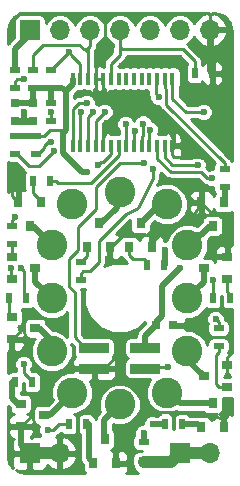
<source format=gtl>
G04 #@! TF.GenerationSoftware,KiCad,Pcbnew,(5.0.0)*
G04 #@! TF.CreationDate,2018-09-15T21:58:09+09:00*
G04 #@! TF.ProjectId,Nixie_Module_IN-12,4E697869655F4D6F64756C655F494E2D,rev?*
G04 #@! TF.SameCoordinates,Original*
G04 #@! TF.FileFunction,Copper,L1,Top,Signal*
G04 #@! TF.FilePolarity,Positive*
%FSLAX46Y46*%
G04 Gerber Fmt 4.6, Leading zero omitted, Abs format (unit mm)*
G04 Created by KiCad (PCBNEW (5.0.0)) date 09/15/18 21:58:09*
%MOMM*%
%LPD*%
G01*
G04 APERTURE LIST*
G04 #@! TA.AperFunction,SMDPad,CuDef*
%ADD10R,0.900000X0.500000*%
G04 #@! TD*
G04 #@! TA.AperFunction,SMDPad,CuDef*
%ADD11R,0.800000X0.900000*%
G04 #@! TD*
G04 #@! TA.AperFunction,SMDPad,CuDef*
%ADD12R,2.500000X0.850000*%
G04 #@! TD*
G04 #@! TA.AperFunction,SMDPad,CuDef*
%ADD13R,0.900000X0.800000*%
G04 #@! TD*
G04 #@! TA.AperFunction,ComponentPad*
%ADD14C,2.600000*%
G04 #@! TD*
G04 #@! TA.AperFunction,ComponentPad*
%ADD15R,1.700000X1.700000*%
G04 #@! TD*
G04 #@! TA.AperFunction,ComponentPad*
%ADD16O,1.700000X1.700000*%
G04 #@! TD*
G04 #@! TA.AperFunction,SMDPad,CuDef*
%ADD17R,0.400000X1.100000*%
G04 #@! TD*
G04 #@! TA.AperFunction,SMDPad,CuDef*
%ADD18R,0.750000X0.800000*%
G04 #@! TD*
G04 #@! TA.AperFunction,SMDPad,CuDef*
%ADD19R,0.800000X0.750000*%
G04 #@! TD*
G04 #@! TA.AperFunction,SMDPad,CuDef*
%ADD20R,0.500000X0.900000*%
G04 #@! TD*
G04 #@! TA.AperFunction,ViaPad*
%ADD21C,0.600000*%
G04 #@! TD*
G04 #@! TA.AperFunction,Conductor*
%ADD22C,0.500000*%
G04 #@! TD*
G04 #@! TA.AperFunction,Conductor*
%ADD23C,0.250000*%
G04 #@! TD*
G04 #@! TA.AperFunction,Conductor*
%ADD24C,1.000000*%
G04 #@! TD*
G04 #@! TA.AperFunction,Conductor*
%ADD25C,0.254000*%
G04 #@! TD*
G04 APERTURE END LIST*
D10*
G04 #@! TO.P,R13,2*
G04 #@! TO.N,/NIX_DP_G*
X75946000Y-85332000D03*
G04 #@! TO.P,R13,1*
G04 #@! TO.N,Net-(Q11-Pad1)*
X75946000Y-83832000D03*
G04 #@! TD*
D11*
G04 #@! TO.P,Q9,1*
G04 #@! TO.N,Net-(Q9-Pad1)*
X77028000Y-100822000D03*
G04 #@! TO.P,Q9,2*
G04 #@! TO.N,GND*
X78928000Y-100822000D03*
G04 #@! TO.P,Q9,3*
G04 #@! TO.N,/NIX_5*
X77978000Y-98822000D03*
G04 #@! TD*
D12*
G04 #@! TO.P,U1,3*
G04 #@! TO.N,/LED_DIN*
X81398000Y-92823000D03*
G04 #@! TO.P,U1,4*
G04 #@! TO.N,+5V*
X81398000Y-91073000D03*
G04 #@! TO.P,U1,2*
G04 #@! TO.N,GND*
X77098000Y-92823000D03*
G04 #@! TO.P,U1,1*
G04 #@! TO.N,/LED_DOUT*
X77098000Y-91073000D03*
G04 #@! TD*
D11*
G04 #@! TO.P,Q11,1*
G04 #@! TO.N,Net-(Q11-Pad1)*
X76520000Y-82534000D03*
G04 #@! TO.P,Q11,2*
G04 #@! TO.N,GND*
X78420000Y-82534000D03*
G04 #@! TO.P,Q11,3*
G04 #@! TO.N,/NIX_DP*
X77470000Y-80534000D03*
G04 #@! TD*
G04 #@! TO.P,Q2,1*
G04 #@! TO.N,Net-(Q2-Pad1)*
X86172000Y-97774000D03*
G04 #@! TO.P,Q2,2*
G04 #@! TO.N,GND*
X88072000Y-97774000D03*
G04 #@! TO.P,Q2,3*
G04 #@! TO.N,/NIX_6*
X87122000Y-95774000D03*
G04 #@! TD*
D13*
G04 #@! TO.P,Q3,1*
G04 #@! TO.N,Net-(Q3-Pad1)*
X70120000Y-83378000D03*
G04 #@! TO.P,Q3,2*
G04 #@! TO.N,GND*
X70120000Y-85278000D03*
G04 #@! TO.P,Q3,3*
G04 #@! TO.N,/NIX_2*
X72120000Y-84328000D03*
G04 #@! TD*
G04 #@! TO.P,Q4,1*
G04 #@! TO.N,Net-(Q4-Pad1)*
X88376000Y-94422000D03*
G04 #@! TO.P,Q4,2*
G04 #@! TO.N,GND*
X88376000Y-92522000D03*
G04 #@! TO.P,Q4,3*
G04 #@! TO.N,/NIX_7*
X86376000Y-93472000D03*
G04 #@! TD*
G04 #@! TO.P,Q5,1*
G04 #@! TO.N,Net-(Q5-Pad1)*
X70120000Y-88458000D03*
G04 #@! TO.P,Q5,2*
G04 #@! TO.N,GND*
X70120000Y-90358000D03*
G04 #@! TO.P,Q5,3*
G04 #@! TO.N,/NIX_3*
X72120000Y-89408000D03*
G04 #@! TD*
G04 #@! TO.P,Q6,1*
G04 #@! TO.N,Net-(Q6-Pad1)*
X88376000Y-85278000D03*
G04 #@! TO.P,Q6,2*
G04 #@! TO.N,GND*
X88376000Y-83378000D03*
G04 #@! TO.P,Q6,3*
G04 #@! TO.N,/NIX_8*
X86376000Y-84328000D03*
G04 #@! TD*
G04 #@! TO.P,Q7,1*
G04 #@! TO.N,Net-(Q7-Pad1)*
X70882000Y-95824000D03*
G04 #@! TO.P,Q7,2*
G04 #@! TO.N,GND*
X70882000Y-97724000D03*
G04 #@! TO.P,Q7,3*
G04 #@! TO.N,/NIX_4*
X72882000Y-96774000D03*
G04 #@! TD*
D11*
G04 #@! TO.P,Q8,1*
G04 #@! TO.N,Net-(Q8-Pad1)*
X88072000Y-78756000D03*
G04 #@! TO.P,Q8,2*
G04 #@! TO.N,GND*
X86172000Y-78756000D03*
G04 #@! TO.P,Q8,3*
G04 #@! TO.N,/NIX_9*
X87122000Y-80756000D03*
G04 #@! TD*
G04 #@! TO.P,Q1,1*
G04 #@! TO.N,Net-(Q1-Pad1)*
X72578000Y-78756000D03*
G04 #@! TO.P,Q1,2*
G04 #@! TO.N,GND*
X70678000Y-78756000D03*
G04 #@! TO.P,Q1,3*
G04 #@! TO.N,/NIX_1*
X71628000Y-80756000D03*
G04 #@! TD*
D14*
G04 #@! TO.P,U2,12*
G04 #@! TO.N,/NIX_DP*
X79248000Y-77868000D03*
G04 #@! TO.P,U2,11*
G04 #@! TO.N,/NIX_0*
X83248000Y-78868000D03*
G04 #@! TO.P,U2,10*
G04 #@! TO.N,/NIX_9*
X84998000Y-82368000D03*
G04 #@! TO.P,U2,9*
G04 #@! TO.N,/NIX_8*
X84998000Y-86868000D03*
G04 #@! TO.P,U2,8*
G04 #@! TO.N,/NIX_7*
X84998000Y-91368000D03*
G04 #@! TO.P,U2,7*
G04 #@! TO.N,/NIX_6*
X83248000Y-94868000D03*
G04 #@! TO.P,U2,6*
G04 #@! TO.N,/NIX_5*
X79248000Y-95868000D03*
G04 #@! TO.P,U2,5*
G04 #@! TO.N,/NIX_4*
X75248000Y-94868000D03*
G04 #@! TO.P,U2,4*
G04 #@! TO.N,/NIX_3*
X73498000Y-91368000D03*
G04 #@! TO.P,U2,3*
G04 #@! TO.N,/NIX_2*
X73498000Y-86868000D03*
G04 #@! TO.P,U2,2*
G04 #@! TO.N,/NIX_1*
X73498000Y-82368000D03*
G04 #@! TO.P,U2,1*
G04 #@! TO.N,Net-(R1-Pad2)*
X75248000Y-78868000D03*
G04 #@! TD*
D15*
G04 #@! TO.P,J4,1*
G04 #@! TO.N,GND*
X71628000Y-100012500D03*
D16*
G04 #@! TO.P,J4,2*
X74168000Y-100012500D03*
G04 #@! TD*
D15*
G04 #@! TO.P,J3,1*
G04 #@! TO.N,+HV*
X84328000Y-100012500D03*
D16*
G04 #@! TO.P,J3,2*
X86868000Y-100012500D03*
G04 #@! TD*
D11*
G04 #@! TO.P,Q10,1*
G04 #@! TO.N,Net-(Q10-Pad1)*
X80076000Y-82534000D03*
G04 #@! TO.P,Q10,2*
G04 #@! TO.N,GND*
X81976000Y-82534000D03*
G04 #@! TO.P,Q10,3*
G04 #@! TO.N,/NIX_0*
X81026000Y-80534000D03*
G04 #@! TD*
D15*
G04 #@! TO.P,J1,1*
G04 #@! TO.N,+5V*
X71678800Y-64160400D03*
D16*
G04 #@! TO.P,J1,2*
G04 #@! TO.N,/I2C_SDA*
X74218800Y-64160400D03*
G04 #@! TO.P,J1,3*
G04 #@! TO.N,/I2C_SCL*
X76758800Y-64160400D03*
G04 #@! TO.P,J1,4*
G04 #@! TO.N,/#OE*
X79298800Y-64160400D03*
G04 #@! TO.P,J1,5*
G04 #@! TO.N,/LED_DIN*
X81838800Y-64160400D03*
G04 #@! TO.P,J1,6*
G04 #@! TO.N,/LED_DOUT*
X84378800Y-64160400D03*
G04 #@! TO.P,J1,7*
G04 #@! TO.N,GND*
X86918800Y-64160400D03*
G04 #@! TD*
D17*
G04 #@! TO.P,U3,1*
G04 #@! TO.N,/ADDR_0*
X75277000Y-73970000D03*
G04 #@! TO.P,U3,2*
G04 #@! TO.N,/ADDR_1*
X75927000Y-73970000D03*
G04 #@! TO.P,U3,3*
G04 #@! TO.N,/ADDR_2*
X76577000Y-73970000D03*
G04 #@! TO.P,U3,4*
G04 #@! TO.N,/ADDR_3*
X77227000Y-73970000D03*
G04 #@! TO.P,U3,5*
G04 #@! TO.N,GND*
X77877000Y-73970000D03*
G04 #@! TO.P,U3,6*
G04 #@! TO.N,/NIX_0_G*
X78527000Y-73970000D03*
G04 #@! TO.P,U3,7*
G04 #@! TO.N,/NIX_1_G*
X79177000Y-73970000D03*
G04 #@! TO.P,U3,8*
G04 #@! TO.N,/NIX_2_G*
X79827000Y-73970000D03*
G04 #@! TO.P,U3,9*
G04 #@! TO.N,/NIX_3_G*
X80477000Y-73970000D03*
G04 #@! TO.P,U3,10*
G04 #@! TO.N,/NIX_4_G*
X81127000Y-73970000D03*
G04 #@! TO.P,U3,11*
G04 #@! TO.N,/NIX_5_G*
X81777000Y-73970000D03*
G04 #@! TO.P,U3,12*
G04 #@! TO.N,/NIX_6_G*
X82427000Y-73970000D03*
G04 #@! TO.P,U3,13*
G04 #@! TO.N,/NIX_7_G*
X83077000Y-73970000D03*
G04 #@! TO.P,U3,14*
G04 #@! TO.N,GND*
X83727000Y-73970000D03*
G04 #@! TO.P,U3,15*
G04 #@! TO.N,/NIX_8_G*
X83727000Y-68270000D03*
G04 #@! TO.P,U3,16*
G04 #@! TO.N,/NIX_9_G*
X83077000Y-68270000D03*
G04 #@! TO.P,U3,17*
G04 #@! TO.N,/NIX_DP_G*
X82427000Y-68270000D03*
G04 #@! TO.P,U3,18*
G04 #@! TO.N,N/C*
X81777000Y-68270000D03*
G04 #@! TO.P,U3,19*
X81127000Y-68270000D03*
G04 #@! TO.P,U3,20*
X80477000Y-68270000D03*
G04 #@! TO.P,U3,21*
X79827000Y-68270000D03*
G04 #@! TO.P,U3,22*
X79177000Y-68270000D03*
G04 #@! TO.P,U3,23*
G04 #@! TO.N,/#OE*
X78527000Y-68270000D03*
G04 #@! TO.P,U3,24*
G04 #@! TO.N,GND*
X77877000Y-68270000D03*
G04 #@! TO.P,U3,25*
X77227000Y-68270000D03*
G04 #@! TO.P,U3,26*
G04 #@! TO.N,/I2C_SCL*
X76577000Y-68270000D03*
G04 #@! TO.P,U3,27*
G04 #@! TO.N,/I2C_SDA*
X75927000Y-68270000D03*
G04 #@! TO.P,U3,28*
G04 #@! TO.N,+5V*
X75277000Y-68270000D03*
G04 #@! TD*
D18*
G04 #@! TO.P,C1,1*
G04 #@! TO.N,+5V*
X70358000Y-70370000D03*
G04 #@! TO.P,C1,2*
G04 #@! TO.N,GND*
X70358000Y-71870000D03*
G04 #@! TD*
G04 #@! TO.P,C2,2*
G04 #@! TO.N,GND*
X71882000Y-71870000D03*
G04 #@! TO.P,C2,1*
G04 #@! TO.N,+5V*
X71882000Y-70370000D03*
G04 #@! TD*
D19*
G04 #@! TO.P,C3,1*
G04 #@! TO.N,+5V*
X82308000Y-89154000D03*
G04 #@! TO.P,C3,2*
G04 #@! TO.N,GND*
X83808000Y-89154000D03*
G04 #@! TD*
D10*
G04 #@! TO.P,R1,1*
G04 #@! TO.N,+HV*
X81280000Y-100572000D03*
G04 #@! TO.P,R1,2*
G04 #@! TO.N,Net-(R1-Pad2)*
X81280000Y-99072000D03*
G04 #@! TD*
D20*
G04 #@! TO.P,R2,1*
G04 #@! TO.N,GND*
X87110000Y-67818000D03*
G04 #@! TO.P,R2,2*
G04 #@! TO.N,/#OE*
X85610000Y-67818000D03*
G04 #@! TD*
G04 #@! TO.P,R3,2*
G04 #@! TO.N,/NIX_1_G*
X73394000Y-76962000D03*
G04 #@! TO.P,R3,1*
G04 #@! TO.N,Net-(Q1-Pad1)*
X71894000Y-76962000D03*
G04 #@! TD*
G04 #@! TO.P,R4,2*
G04 #@! TO.N,/NIX_6_G*
X83070000Y-97536000D03*
G04 #@! TO.P,R4,1*
G04 #@! TO.N,Net-(Q2-Pad1)*
X84570000Y-97536000D03*
G04 #@! TD*
D10*
G04 #@! TO.P,R5,1*
G04 #@! TO.N,Net-(Q3-Pad1)*
X70104000Y-82284000D03*
G04 #@! TO.P,R5,2*
G04 #@! TO.N,/NIX_2_G*
X70104000Y-80784000D03*
G04 #@! TD*
G04 #@! TO.P,R6,1*
G04 #@! TO.N,Net-(Q4-Pad1)*
X87630000Y-90920000D03*
G04 #@! TO.P,R6,2*
G04 #@! TO.N,/NIX_7_G*
X87630000Y-89420000D03*
G04 #@! TD*
D20*
G04 #@! TO.P,R7,2*
G04 #@! TO.N,/NIX_3_G*
X71362000Y-86868000D03*
G04 #@! TO.P,R7,1*
G04 #@! TO.N,Net-(Q5-Pad1)*
X69862000Y-86868000D03*
G04 #@! TD*
G04 #@! TO.P,R8,2*
G04 #@! TO.N,/NIX_8_G*
X87134000Y-86868000D03*
G04 #@! TO.P,R8,1*
G04 #@! TO.N,Net-(Q6-Pad1)*
X88634000Y-86868000D03*
G04 #@! TD*
G04 #@! TO.P,R9,1*
G04 #@! TO.N,Net-(Q7-Pad1)*
X70370000Y-93980000D03*
G04 #@! TO.P,R9,2*
G04 #@! TO.N,/NIX_4_G*
X71870000Y-93980000D03*
G04 #@! TD*
D10*
G04 #@! TO.P,R10,1*
G04 #@! TO.N,Net-(Q8-Pad1)*
X88138000Y-77458000D03*
G04 #@! TO.P,R10,2*
G04 #@! TO.N,/NIX_9_G*
X88138000Y-75958000D03*
G04 #@! TD*
D20*
G04 #@! TO.P,R11,2*
G04 #@! TO.N,/NIX_5_G*
X74942000Y-97536000D03*
G04 #@! TO.P,R11,1*
G04 #@! TO.N,Net-(Q9-Pad1)*
X76442000Y-97536000D03*
G04 #@! TD*
G04 #@! TO.P,R12,2*
G04 #@! TO.N,/NIX_0_G*
X83046000Y-84074000D03*
G04 #@! TO.P,R12,1*
G04 #@! TO.N,Net-(Q10-Pad1)*
X81546000Y-84074000D03*
G04 #@! TD*
D10*
G04 #@! TO.P,R14,1*
G04 #@! TO.N,/ADDR_0*
X70358000Y-69064000D03*
G04 #@! TO.P,R14,2*
G04 #@! TO.N,+5V*
X70358000Y-67564000D03*
G04 #@! TD*
G04 #@! TO.P,R15,1*
G04 #@! TO.N,/ADDR_1*
X73406000Y-71870000D03*
G04 #@! TO.P,R15,2*
G04 #@! TO.N,+5V*
X73406000Y-70370000D03*
G04 #@! TD*
G04 #@! TO.P,R16,1*
G04 #@! TO.N,/ADDR_2*
X72136000Y-74664000D03*
G04 #@! TO.P,R16,2*
G04 #@! TO.N,+5V*
X72136000Y-73164000D03*
G04 #@! TD*
G04 #@! TO.P,R17,2*
G04 #@! TO.N,+5V*
X70358000Y-73164000D03*
G04 #@! TO.P,R17,1*
G04 #@! TO.N,/ADDR_3*
X70358000Y-74664000D03*
G04 #@! TD*
G04 #@! TO.P,R18,1*
G04 #@! TO.N,/I2C_SCL*
X71882000Y-67564000D03*
G04 #@! TO.P,R18,2*
G04 #@! TO.N,+5V*
X71882000Y-69064000D03*
G04 #@! TD*
G04 #@! TO.P,R19,2*
G04 #@! TO.N,+5V*
X73406000Y-69064000D03*
G04 #@! TO.P,R19,1*
G04 #@! TO.N,/I2C_SDA*
X73406000Y-67564000D03*
G04 #@! TD*
D21*
G04 #@! TO.N,+5V*
X84328000Y-84328000D03*
X74676000Y-69342000D03*
X76454000Y-76200000D03*
G04 #@! TO.N,GND*
X70104000Y-64516000D03*
X86360000Y-74930000D03*
X70866000Y-89408000D03*
X70065997Y-84328000D03*
X70104000Y-77470000D03*
X83820000Y-72644000D03*
X75438000Y-62992000D03*
X80518000Y-62992000D03*
X77978000Y-62992000D03*
X84582000Y-73152000D03*
X80518000Y-69596000D03*
X80518000Y-71120000D03*
X78994000Y-69596000D03*
X79248000Y-71120000D03*
X82804010Y-76708000D03*
X83820000Y-76962000D03*
X88392000Y-96520000D03*
X88392000Y-93472000D03*
X86868000Y-75692000D03*
X78232000Y-83566000D03*
X71120000Y-71120000D03*
X79248000Y-91948000D03*
X79502000Y-99568000D03*
X79502000Y-98552000D03*
X72390000Y-95504000D03*
X73152000Y-93980000D03*
X70104000Y-91694000D03*
X75692000Y-101346000D03*
X75692000Y-98806000D03*
X80010000Y-100838000D03*
X79248000Y-90424000D03*
X79248000Y-93273002D03*
X76454000Y-89916000D03*
X87884000Y-69596000D03*
X87884000Y-71120000D03*
X87884000Y-72644000D03*
X88646000Y-90170000D03*
X88392000Y-95504000D03*
X87122000Y-97028000D03*
X81534000Y-67056000D03*
X83058000Y-66548000D03*
X84582000Y-67310000D03*
X84582000Y-68580000D03*
X84836000Y-69850000D03*
X79483421Y-67231445D03*
X77470000Y-70358000D03*
X77978000Y-66040010D03*
G04 #@! TO.N,/I2C_SDA*
X74930000Y-66040000D03*
G04 #@! TO.N,/NIX_6_G*
X82042000Y-97536000D03*
X87083988Y-76708000D03*
G04 #@! TO.N,/NIX_2_G*
X70358000Y-80010000D03*
X79756008Y-72136000D03*
G04 #@! TO.N,/NIX_7_G*
X85852000Y-75574990D03*
X87376000Y-88646000D03*
G04 #@! TO.N,/NIX_3_G*
X70866000Y-84328000D03*
X80575694Y-72701694D03*
G04 #@! TO.N,/NIX_8_G*
X87126000Y-85344000D03*
X86360000Y-71120000D03*
G04 #@! TO.N,/NIX_4_G*
X81222313Y-72078313D03*
X71120000Y-92456000D03*
G04 #@! TO.N,/NIX_5_G*
X81825705Y-72644000D03*
X73152000Y-98044000D03*
G04 #@! TO.N,/NIX_0_G*
X83058000Y-82804000D03*
X77409051Y-75631051D03*
G04 #@! TO.N,Net-(R1-Pad2)*
X81280014Y-98298000D03*
G04 #@! TO.N,/ADDR_0*
X76454000Y-70358000D03*
X71120000Y-68326000D03*
G04 #@! TO.N,/ADDR_1*
X75946000Y-71120000D03*
X73406000Y-71120000D03*
G04 #@! TO.N,/ADDR_2*
X76962000Y-71120000D03*
X73406000Y-73621987D03*
G04 #@! TO.N,/ADDR_3*
X77978000Y-71120000D03*
X73659988Y-74422000D03*
G04 #@! TO.N,/LED_DIN*
X83312000Y-92710000D03*
G04 #@! TO.N,/LED_DOUT*
X81280000Y-75438000D03*
G04 #@! TO.N,/NIX_DP_G*
X82550000Y-69850000D03*
X82042000Y-75946000D03*
G04 #@! TD*
D22*
G04 #@! TO.N,+5V*
X74975999Y-69042001D02*
X74676000Y-69342000D01*
X75277000Y-68741000D02*
X74975999Y-69042001D01*
X75277000Y-68270000D02*
X75277000Y-68741000D01*
X72136000Y-73164000D02*
X70358000Y-73164000D01*
X70358000Y-70370000D02*
X71882000Y-70370000D01*
X71882000Y-70370000D02*
X71882000Y-69064000D01*
X71882000Y-69064000D02*
X73406000Y-69064000D01*
X74398000Y-69064000D02*
X74676000Y-69342000D01*
X73406000Y-69064000D02*
X74398000Y-69064000D01*
X73406000Y-70370000D02*
X73406000Y-69064000D01*
X71678800Y-64160400D02*
X71678800Y-64465200D01*
X70358000Y-65786000D02*
X70358000Y-67564000D01*
X71678800Y-64465200D02*
X70358000Y-65786000D01*
X74676000Y-71120000D02*
X74676000Y-69342000D01*
X74422000Y-72898000D02*
X74676000Y-72644000D01*
X74676000Y-72644000D02*
X74676000Y-71120000D01*
D23*
X72836000Y-73164000D02*
X73356000Y-72644000D01*
X72136000Y-73164000D02*
X72836000Y-73164000D01*
X74168000Y-72644000D02*
X74422000Y-72898000D01*
X74168000Y-72644000D02*
X74676000Y-72644000D01*
X73356000Y-72644000D02*
X74168000Y-72644000D01*
D22*
X81398000Y-90064000D02*
X82308000Y-89154000D01*
X81398000Y-91073000D02*
X81398000Y-90064000D01*
X82308000Y-88912000D02*
X82308000Y-89154000D01*
X82296000Y-88900000D02*
X82308000Y-88912000D01*
X82804000Y-88392000D02*
X82296000Y-88900000D01*
X84328000Y-84328000D02*
X82804000Y-85852000D01*
X82804000Y-85852000D02*
X82804000Y-88392000D01*
X74422000Y-74592264D02*
X76029736Y-76200000D01*
X74422000Y-72898000D02*
X74422000Y-74592264D01*
X76029736Y-76200000D02*
X76454000Y-76200000D01*
D23*
G04 #@! TO.N,GND*
X77877000Y-68270000D02*
X77227000Y-68270000D01*
X70816198Y-62738000D02*
X70104000Y-63450198D01*
X77978000Y-63246000D02*
X77470000Y-62738000D01*
X70104000Y-63450198D02*
X70104000Y-64516000D01*
X78486000Y-62738000D02*
X77978000Y-63246000D01*
X86918800Y-62958319D02*
X86698481Y-62738000D01*
X86918800Y-64160400D02*
X86918800Y-62958319D01*
D24*
X71628000Y-100012500D02*
X74168000Y-100012500D01*
D23*
X77877000Y-69749000D02*
X77877000Y-68270000D01*
X78740000Y-70612000D02*
X77877000Y-69749000D01*
X78740000Y-71374000D02*
X78740000Y-70612000D01*
X77877000Y-73970000D02*
X77877000Y-72237000D01*
X77877000Y-72237000D02*
X78740000Y-71374000D01*
X70170000Y-90358000D02*
X70120000Y-90358000D01*
X70170000Y-90358000D02*
X70866000Y-89662000D01*
X70866000Y-89662000D02*
X70866000Y-89408000D01*
X70065997Y-85223997D02*
X70120000Y-85278000D01*
X70065997Y-84328000D02*
X70065997Y-85223997D01*
X70104000Y-78182000D02*
X70678000Y-78756000D01*
X70104000Y-77470000D02*
X70104000Y-78182000D01*
X81976000Y-82534000D02*
X81976000Y-82484000D01*
X85852000Y-79248000D02*
X86172000Y-78756000D01*
X81976000Y-82108000D02*
X83058000Y-81026000D01*
X81976000Y-82484000D02*
X81976000Y-82108000D01*
X83058000Y-81026000D02*
X83495002Y-81026000D01*
X83495002Y-81026000D02*
X84836000Y-80264000D01*
X84836000Y-80264000D02*
X85344000Y-80010000D01*
X85344000Y-80010000D02*
X85852000Y-79248000D01*
X83820000Y-73877000D02*
X83727000Y-73970000D01*
X83820000Y-72644000D02*
X83820000Y-73877000D01*
X83727000Y-74770000D02*
X83727000Y-73970000D01*
X86360000Y-74930000D02*
X83887000Y-74930000D01*
X83887000Y-74930000D02*
X83727000Y-74770000D01*
X75438000Y-62738000D02*
X75438000Y-62992000D01*
X75438000Y-62738000D02*
X70816198Y-62738000D01*
X77470000Y-62738000D02*
X75438000Y-62738000D01*
X80518000Y-62738000D02*
X80518000Y-62992000D01*
X80518000Y-62738000D02*
X78486000Y-62738000D01*
X86698481Y-62738000D02*
X80518000Y-62738000D01*
X77978000Y-63246000D02*
X77978000Y-62992000D01*
X85522000Y-78756000D02*
X86172000Y-78756000D01*
X82804010Y-76708000D02*
X83474000Y-76708000D01*
X83820000Y-77054000D02*
X83820000Y-76962000D01*
X83820000Y-77054000D02*
X85522000Y-78756000D01*
X83474000Y-76708000D02*
X83820000Y-77054000D01*
D22*
X70882000Y-99266500D02*
X71628000Y-100012500D01*
X70882000Y-97724000D02*
X70882000Y-99266500D01*
D23*
X75598000Y-92823000D02*
X77098000Y-92823000D01*
X74930000Y-92964000D02*
X75184000Y-92710000D01*
X73914000Y-93472000D02*
X74930000Y-92964000D01*
X70932000Y-97724000D02*
X71882000Y-96774000D01*
X70882000Y-97724000D02*
X70932000Y-97724000D01*
X71882000Y-96774000D02*
X71882000Y-96012000D01*
X75184000Y-92710000D02*
X75598000Y-92823000D01*
X71882000Y-96012000D02*
X72390000Y-95504000D01*
X73152000Y-94742000D02*
X73152000Y-93980000D01*
X73152000Y-93980000D02*
X73914000Y-93472000D01*
X88072000Y-97074000D02*
X88392000Y-96754000D01*
X88392000Y-96754000D02*
X88392000Y-96520000D01*
X88376000Y-93456000D02*
X88392000Y-93472000D01*
X88376000Y-92522000D02*
X88376000Y-93456000D01*
X88376000Y-91872000D02*
X88646000Y-91602000D01*
X88376000Y-92522000D02*
X88376000Y-91872000D01*
X88646000Y-91602000D02*
X88646000Y-90170000D01*
X88646000Y-88646000D02*
X87884000Y-87884000D01*
X87884000Y-87884000D02*
X86868000Y-87884000D01*
X85598000Y-89154000D02*
X85260264Y-89154000D01*
X86868000Y-87884000D02*
X85598000Y-89154000D01*
X86360000Y-74930000D02*
X86868000Y-75438000D01*
X86868000Y-75438000D02*
X86868000Y-75692000D01*
X78420000Y-82534000D02*
X78502000Y-82534000D01*
X78502000Y-82534000D02*
X79502000Y-81534000D01*
X79502000Y-81534000D02*
X81788000Y-81534000D01*
X81788000Y-81534000D02*
X82042000Y-81788000D01*
X78420000Y-83234000D02*
X78232000Y-83422000D01*
X78420000Y-82534000D02*
X78420000Y-83234000D01*
X78232000Y-83422000D02*
X78232000Y-83566000D01*
D22*
X71120000Y-71870000D02*
X70358000Y-71870000D01*
X71882000Y-71870000D02*
X71120000Y-71870000D01*
X86918800Y-67626800D02*
X87110000Y-67818000D01*
X86918800Y-64160400D02*
X86918800Y-67626800D01*
X71120000Y-71870000D02*
X71120000Y-71120000D01*
D23*
X88376000Y-83378000D02*
X88376000Y-80248000D01*
X88376000Y-80248000D02*
X87884000Y-79756000D01*
X87884000Y-79756000D02*
X87122000Y-79756000D01*
X86172000Y-78806000D02*
X86172000Y-78756000D01*
X87122000Y-79756000D02*
X86172000Y-78806000D01*
X85260264Y-89154000D02*
X83808000Y-89154000D01*
X88072000Y-97774000D02*
X88072000Y-97074000D01*
X79248000Y-92372264D02*
X79248000Y-91948000D01*
X78823736Y-91948000D02*
X79248000Y-91948000D01*
X79248000Y-93273002D02*
X79248000Y-92372264D01*
X77923000Y-92823000D02*
X78798000Y-91948000D01*
X78798000Y-91948000D02*
X78823736Y-91948000D01*
X77098000Y-92823000D02*
X77923000Y-92823000D01*
X72390000Y-95504000D02*
X73152000Y-94742000D01*
X73152000Y-93980000D02*
X73152000Y-93980000D01*
X79248000Y-93273002D02*
X79248000Y-93273002D01*
X88646000Y-90170000D02*
X88646000Y-88646000D01*
X78928000Y-99380000D02*
X78928000Y-100822000D01*
X81478998Y-95504000D02*
X81280000Y-95702998D01*
X81280000Y-95702998D02*
X81280000Y-97028000D01*
X81280000Y-97028000D02*
X78928000Y-99380000D01*
X81026000Y-94742000D02*
X81478998Y-95504000D01*
X79248000Y-93273002D02*
X81026000Y-94234000D01*
X81026000Y-94234000D02*
X81026000Y-94742000D01*
X81788000Y-96520000D02*
X81478998Y-95504000D01*
X88072000Y-97074000D02*
X85852000Y-96520000D01*
X85852000Y-96520000D02*
X81788000Y-96520000D01*
X77227000Y-70115000D02*
X77470000Y-70358000D01*
X77227000Y-68270000D02*
X77227000Y-70115000D01*
X77227000Y-66791010D02*
X77678001Y-66340009D01*
X77678001Y-66340009D02*
X77978000Y-66040010D01*
X77227000Y-68270000D02*
X77227000Y-66791010D01*
X77978000Y-63246000D02*
X77978000Y-66040010D01*
D22*
G04 #@! TO.N,/NIX_1*
X71886000Y-80756000D02*
X73498000Y-82368000D01*
X71628000Y-80756000D02*
X71886000Y-80756000D01*
G04 #@! TO.N,/NIX_6*
X83884000Y-95504000D02*
X83248000Y-94868000D01*
X84074000Y-95504000D02*
X83884000Y-95504000D01*
X87122000Y-95774000D02*
X84344000Y-95774000D01*
X84344000Y-95774000D02*
X84074000Y-95504000D01*
G04 #@! TO.N,/NIX_2*
X72120000Y-85490000D02*
X73498000Y-86868000D01*
X72120000Y-84328000D02*
X72120000Y-85490000D01*
G04 #@! TO.N,/NIX_8*
X86376000Y-85490000D02*
X84998000Y-86868000D01*
X86376000Y-84328000D02*
X86376000Y-85490000D01*
G04 #@! TO.N,/NIX_3*
X73498000Y-90516000D02*
X73498000Y-91368000D01*
X72120000Y-89408000D02*
X72390000Y-89408000D01*
X72390000Y-89408000D02*
X73498000Y-90516000D01*
G04 #@! TO.N,/NIX_4*
X73342000Y-96774000D02*
X75248000Y-94868000D01*
X72882000Y-96774000D02*
X73342000Y-96774000D01*
G04 #@! TO.N,/NIX_9*
X85832000Y-81534000D02*
X84998000Y-82368000D01*
X86106000Y-81534000D02*
X85832000Y-81534000D01*
X87122000Y-80756000D02*
X86884000Y-80756000D01*
X86884000Y-80756000D02*
X86106000Y-81534000D01*
G04 #@! TO.N,/NIX_5*
X77948001Y-98792001D02*
X77978000Y-98822000D01*
X79248000Y-95868000D02*
X77948001Y-97167999D01*
X77948001Y-97167999D02*
X77948001Y-98792001D01*
G04 #@! TO.N,/NIX_0*
X83122000Y-78994000D02*
X83248000Y-78868000D01*
X82550000Y-78994000D02*
X83122000Y-78994000D01*
X81026000Y-80534000D02*
X81026000Y-80518000D01*
X81026000Y-80518000D02*
X82550000Y-78994000D01*
D23*
G04 #@! TO.N,/I2C_SDA*
X75927000Y-67037000D02*
X75229999Y-66339999D01*
X73523001Y-67446999D02*
X74630001Y-66339999D01*
X75927000Y-68270000D02*
X75927000Y-67037000D01*
X73523001Y-67564000D02*
X73523001Y-67446999D01*
X74630001Y-66339999D02*
X74930000Y-66040000D01*
X75229999Y-66339999D02*
X74930000Y-66040000D01*
G04 #@! TO.N,/I2C_SCL*
X76758800Y-65481200D02*
X76758800Y-64160400D01*
X76577000Y-65663000D02*
X76708000Y-65532000D01*
X76454000Y-65786000D02*
X76708000Y-65532000D01*
X76708000Y-65532000D02*
X76758800Y-65481200D01*
X76323000Y-65786000D02*
X76577000Y-66040000D01*
X76200000Y-65786000D02*
X76323000Y-65786000D01*
X76577000Y-66040000D02*
X76577000Y-65663000D01*
X76577000Y-68270000D02*
X76577000Y-66040000D01*
X76200000Y-65786000D02*
X76454000Y-65786000D01*
X76200000Y-65786000D02*
X75828999Y-65414999D01*
X71882000Y-66294000D02*
X71882000Y-67064000D01*
X71882000Y-67064000D02*
X71882000Y-67564000D01*
X72761001Y-65414999D02*
X71882000Y-66294000D01*
X75828999Y-65414999D02*
X72761001Y-65414999D01*
D24*
G04 #@! TO.N,+HV*
X86868000Y-100012500D02*
X84328000Y-100012500D01*
X83568500Y-100772000D02*
X84328000Y-100012500D01*
X81280000Y-100772000D02*
X83568500Y-100772000D01*
D22*
G04 #@! TO.N,/NIX_7*
X84998000Y-92094000D02*
X86376000Y-93472000D01*
X84998000Y-91368000D02*
X84998000Y-92094000D01*
D23*
G04 #@! TO.N,/NIX_1_G*
X74011001Y-77079001D02*
X76867999Y-77079001D01*
X79177000Y-74770000D02*
X79177000Y-73970000D01*
X73394000Y-76962000D02*
X73894000Y-76962000D01*
X73894000Y-76962000D02*
X74011001Y-77079001D01*
X76867999Y-77079001D02*
X79177000Y-74770000D01*
D22*
G04 #@! TO.N,/NIX_6_G*
X82870000Y-97536000D02*
X82042000Y-97536000D01*
D23*
X82427000Y-74770000D02*
X82427000Y-73970000D01*
X87083988Y-76708000D02*
X86659724Y-76708000D01*
X86151724Y-76200000D02*
X83566000Y-76200000D01*
X82427000Y-75061000D02*
X82427000Y-74770000D01*
X83566000Y-76200000D02*
X82427000Y-75061000D01*
X86659724Y-76708000D02*
X86151724Y-76200000D01*
G04 #@! TO.N,/NIX_2_G*
X79813686Y-73983314D02*
X79827000Y-73970000D01*
X70104000Y-80264000D02*
X70358000Y-80010000D01*
X79827000Y-73970000D02*
X79827000Y-72206992D01*
X79827000Y-72206992D02*
X79756008Y-72136000D01*
X70104000Y-80264000D02*
X70104000Y-80784000D01*
G04 #@! TO.N,/NIX_7_G*
X85427736Y-75574990D02*
X85852000Y-75574990D01*
X83702990Y-75574990D02*
X85427736Y-75574990D01*
X83077000Y-73970000D02*
X83077000Y-74949000D01*
X83077000Y-74949000D02*
X83702990Y-75574990D01*
X87434000Y-88450000D02*
X87376000Y-88508000D01*
X87376000Y-88508000D02*
X87376000Y-88646000D01*
X87630000Y-89420000D02*
X87630000Y-88900000D01*
X87630000Y-88900000D02*
X87376000Y-88646000D01*
G04 #@! TO.N,/NIX_3_G*
X80477000Y-73970000D02*
X80477000Y-72800388D01*
X80477000Y-72800388D02*
X80575694Y-72701694D01*
X71120000Y-84582000D02*
X70866000Y-84328000D01*
X71120000Y-86360000D02*
X71120000Y-84582000D01*
X71362000Y-86868000D02*
X71362000Y-86602000D01*
X71362000Y-86602000D02*
X71120000Y-86360000D01*
G04 #@! TO.N,/NIX_8_G*
X84836000Y-71120000D02*
X86360000Y-71120000D01*
X83727000Y-68270000D02*
X83727000Y-70011000D01*
X83727000Y-70011000D02*
X84836000Y-71120000D01*
X87126000Y-86860000D02*
X87134000Y-86868000D01*
X87126000Y-85344000D02*
X87126000Y-86860000D01*
G04 #@! TO.N,/NIX_4_G*
X81200695Y-73096305D02*
X81127000Y-73170000D01*
X81200695Y-72099931D02*
X81200695Y-73096305D01*
X81127000Y-73170000D02*
X81127000Y-73970000D01*
X81222313Y-72078313D02*
X81200695Y-72099931D01*
X71120000Y-93218000D02*
X71120000Y-92456000D01*
X71882000Y-93980000D02*
X71120000Y-93218000D01*
G04 #@! TO.N,/NIX_9_G*
X83201999Y-70501999D02*
X88138000Y-75438000D01*
X83201999Y-69194999D02*
X83201999Y-70501999D01*
X83077000Y-68270000D02*
X83077000Y-69070000D01*
X83077000Y-69070000D02*
X83201999Y-69194999D01*
X88138000Y-75438000D02*
X88138000Y-75958000D01*
G04 #@! TO.N,/NIX_5_G*
X81777000Y-72692705D02*
X81825705Y-72644000D01*
X81777000Y-73970000D02*
X81777000Y-72692705D01*
X74142000Y-97536000D02*
X73634000Y-98044000D01*
X74742000Y-97536000D02*
X74142000Y-97536000D01*
X73634000Y-98044000D02*
X73152000Y-98044000D01*
G04 #@! TO.N,/NIX_0_G*
X78527000Y-73970000D02*
X78527000Y-74655002D01*
X77850950Y-75331052D02*
X77709050Y-75331052D01*
X77709050Y-75331052D02*
X77409051Y-75631051D01*
X78527000Y-74655002D02*
X77850950Y-75331052D01*
D22*
X83058000Y-84062000D02*
X83046000Y-84074000D01*
X83058000Y-82804000D02*
X83058000Y-84062000D01*
G04 #@! TO.N,Net-(R1-Pad2)*
X81280000Y-98872000D02*
X81280014Y-98871986D01*
X81280014Y-98871986D02*
X81280014Y-98722264D01*
X81280014Y-98722264D02*
X81280014Y-98298000D01*
D23*
G04 #@! TO.N,Net-(Q1-Pad1)*
X72578000Y-78756000D02*
X72578000Y-78674000D01*
X71894000Y-77990000D02*
X71894000Y-76962000D01*
X72578000Y-78674000D02*
X71894000Y-77990000D01*
D22*
G04 #@! TO.N,Net-(Q2-Pad1)*
X85934000Y-97536000D02*
X86172000Y-97774000D01*
X84770000Y-97536000D02*
X85934000Y-97536000D01*
D23*
G04 #@! TO.N,Net-(Q3-Pad1)*
X70104000Y-83362000D02*
X70120000Y-83378000D01*
X70104000Y-82284000D02*
X70104000Y-83362000D01*
G04 #@! TO.N,Net-(Q4-Pad1)*
X87676000Y-94422000D02*
X87376000Y-94122000D01*
X88376000Y-94422000D02*
X87676000Y-94422000D01*
X87376000Y-94122000D02*
X87376000Y-91694000D01*
X87630000Y-91440000D02*
X87630000Y-90920000D01*
X87376000Y-91694000D02*
X87630000Y-91440000D01*
G04 #@! TO.N,Net-(Q5-Pad1)*
X69908000Y-88246000D02*
X70120000Y-88458000D01*
X69862000Y-88200000D02*
X70120000Y-88458000D01*
X69862000Y-86868000D02*
X69862000Y-88200000D01*
G04 #@! TO.N,Net-(Q6-Pad1)*
X88634000Y-86868000D02*
X88634000Y-86602000D01*
X88376000Y-86344000D02*
X88376000Y-85278000D01*
X88634000Y-86602000D02*
X88376000Y-86344000D01*
D22*
G04 #@! TO.N,Net-(Q7-Pad1)*
X70882000Y-95824000D02*
X70678000Y-95824000D01*
X70170000Y-95316000D02*
X70170000Y-93980000D01*
X70678000Y-95824000D02*
X70170000Y-95316000D01*
D23*
G04 #@! TO.N,Net-(Q8-Pad1)*
X87884000Y-78568000D02*
X88072000Y-78756000D01*
D22*
X88138000Y-78690000D02*
X88072000Y-78756000D01*
X88138000Y-77458000D02*
X88138000Y-78690000D01*
G04 #@! TO.N,Net-(Q9-Pad1)*
X76642000Y-100142000D02*
X76642000Y-97536000D01*
X77028000Y-100822000D02*
X76642000Y-100436000D01*
X76642000Y-100436000D02*
X76642000Y-100142000D01*
D23*
G04 #@! TO.N,Net-(Q10-Pad1)*
X80076000Y-82534000D02*
X80076000Y-83234000D01*
X80076000Y-83234000D02*
X80408000Y-83566000D01*
X81546000Y-84074000D02*
X81546000Y-83832000D01*
X81280000Y-83566000D02*
X80408000Y-83566000D01*
X81546000Y-83832000D02*
X81280000Y-83566000D01*
G04 #@! TO.N,/ADDR_0*
X76029736Y-70358000D02*
X76454000Y-70358000D01*
X75775736Y-70358000D02*
X76029736Y-70358000D01*
X75277000Y-73970000D02*
X75277000Y-70856736D01*
X75277000Y-70856736D02*
X75775736Y-70358000D01*
X70358000Y-68564000D02*
X70596000Y-68326000D01*
X70358000Y-69064000D02*
X70358000Y-68564000D01*
X70596000Y-68326000D02*
X71120000Y-68326000D01*
G04 #@! TO.N,/ADDR_1*
X75927000Y-71139000D02*
X75946000Y-71120000D01*
X75927000Y-73970000D02*
X75927000Y-71139000D01*
X73406000Y-71870000D02*
X73406000Y-71120000D01*
G04 #@! TO.N,/ADDR_2*
X76708000Y-71374000D02*
X76962000Y-71120000D01*
X76577000Y-73970000D02*
X76577000Y-71505000D01*
X76577000Y-71505000D02*
X76708000Y-71374000D01*
X73190013Y-73621987D02*
X73406000Y-73621987D01*
X72836000Y-73976000D02*
X73190013Y-73621987D01*
X72836000Y-74164000D02*
X72836000Y-73976000D01*
X72136000Y-74664000D02*
X72336000Y-74664000D01*
X72336000Y-74664000D02*
X72836000Y-74164000D01*
G04 #@! TO.N,/ADDR_3*
X77678001Y-71419999D02*
X77978000Y-71120000D01*
X77227000Y-71871000D02*
X77678001Y-71419999D01*
X77227000Y-73970000D02*
X77227000Y-71871000D01*
X70558000Y-74664000D02*
X71586000Y-75692000D01*
X71586000Y-75692000D02*
X72389988Y-75692000D01*
X73359989Y-74721999D02*
X73659988Y-74422000D01*
X70358000Y-74664000D02*
X70558000Y-74664000D01*
X72389988Y-75692000D02*
X73359989Y-74721999D01*
G04 #@! TO.N,/#OE*
X79248000Y-65786000D02*
X79298800Y-65735200D01*
X79298800Y-65582800D02*
X79502000Y-65786000D01*
X79298800Y-65532000D02*
X79298800Y-65582800D01*
X79502000Y-65786000D02*
X79248000Y-65786000D01*
X79298800Y-65532000D02*
X79298800Y-64160400D01*
X79298800Y-65735200D02*
X79298800Y-65532000D01*
X85610000Y-66814000D02*
X85610000Y-67818000D01*
X79502000Y-65786000D02*
X84582000Y-65786000D01*
X84582000Y-65786000D02*
X85610000Y-66814000D01*
X79248000Y-66294000D02*
X79248000Y-65786000D01*
X78527000Y-68270000D02*
X78527000Y-67015000D01*
X78527000Y-67015000D02*
X79248000Y-66294000D01*
G04 #@! TO.N,/LED_DIN*
X81511000Y-92710000D02*
X81398000Y-92823000D01*
X83312000Y-92710000D02*
X81511000Y-92710000D01*
G04 #@! TO.N,/LED_DOUT*
X80855736Y-75438000D02*
X81280000Y-75438000D01*
X77216000Y-77470000D02*
X79248000Y-75438000D01*
X77216000Y-79305002D02*
X77216000Y-77470000D01*
X75692000Y-80829002D02*
X77216000Y-79305002D01*
X75692000Y-82804000D02*
X75692000Y-80829002D01*
X79248000Y-75438000D02*
X80855736Y-75438000D01*
X76341000Y-91073000D02*
X75438000Y-90170000D01*
X77098000Y-91073000D02*
X76341000Y-91073000D01*
X75438000Y-90170000D02*
X75438000Y-86360000D01*
X75438000Y-86360000D02*
X74970999Y-85892999D01*
X74970999Y-85892999D02*
X74970999Y-83525001D01*
X74970999Y-83525001D02*
X75692000Y-82804000D01*
G04 #@! TO.N,Net-(Q11-Pad1)*
X76520000Y-83258000D02*
X76520000Y-82534000D01*
X75946000Y-83832000D02*
X76520000Y-83258000D01*
D22*
G04 #@! TO.N,/NIX_DP*
X78994000Y-78122000D02*
X79248000Y-77868000D01*
X78994000Y-79248000D02*
X78994000Y-78122000D01*
X77470000Y-80534000D02*
X77708000Y-80534000D01*
X77708000Y-80534000D02*
X78994000Y-79248000D01*
D23*
G04 #@! TO.N,/NIX_DP_G*
X82550000Y-69850000D02*
X82296000Y-69596000D01*
X82296000Y-69596000D02*
X82296000Y-69086002D01*
X82296000Y-69215000D02*
X82296000Y-69086002D01*
X82427000Y-68703000D02*
X82427000Y-68270000D01*
X82302001Y-69080001D02*
X82302001Y-68827999D01*
X82302001Y-68827999D02*
X82427000Y-68703000D01*
X82042000Y-76370264D02*
X82042000Y-75946000D01*
X82042000Y-76708000D02*
X82042000Y-76370264D01*
X80772000Y-79248000D02*
X82042000Y-76708000D01*
X75946000Y-84832000D02*
X76196000Y-84582000D01*
X76196000Y-84582000D02*
X76708000Y-84582000D01*
X79756000Y-79756000D02*
X80772000Y-79248000D01*
X75946000Y-85332000D02*
X75946000Y-84832000D01*
X76708000Y-84582000D02*
X77470000Y-83820000D01*
X77470000Y-83820000D02*
X77470000Y-82042000D01*
X77470000Y-82042000D02*
X79756000Y-79756000D01*
G04 #@! TD*
D25*
G04 #@! TO.N,GND*
G36*
X76271000Y-86275838D02*
X76271000Y-87460162D01*
X76724221Y-88554335D01*
X77561665Y-89391779D01*
X78655838Y-89845000D01*
X79840162Y-89845000D01*
X80934335Y-89391779D01*
X81421656Y-88904458D01*
X81421656Y-89012211D01*
X80934562Y-89499306D01*
X80873864Y-89539863D01*
X80833307Y-89600561D01*
X80833306Y-89600562D01*
X80713182Y-89780340D01*
X80656759Y-90064000D01*
X80671001Y-90135599D01*
X80671001Y-90161656D01*
X80148000Y-90161656D01*
X79961884Y-90198677D01*
X79804103Y-90304103D01*
X79698677Y-90461884D01*
X79661656Y-90648000D01*
X79661656Y-91498000D01*
X79698677Y-91684116D01*
X79804103Y-91841897D01*
X79961884Y-91947323D01*
X79965287Y-91948000D01*
X79961884Y-91948677D01*
X79804103Y-92054103D01*
X79698677Y-92211884D01*
X79661656Y-92398000D01*
X79661656Y-93248000D01*
X79698677Y-93434116D01*
X79804103Y-93591897D01*
X79961884Y-93697323D01*
X80148000Y-93734344D01*
X81868600Y-93734344D01*
X81741533Y-93861411D01*
X81471000Y-94514533D01*
X81471000Y-95221467D01*
X81741533Y-95874589D01*
X82241411Y-96374467D01*
X82796398Y-96604351D01*
X82633884Y-96636677D01*
X82476103Y-96742103D01*
X82431404Y-96809000D01*
X82317266Y-96809000D01*
X82196555Y-96759000D01*
X81887445Y-96759000D01*
X81601865Y-96877291D01*
X81383291Y-97095865D01*
X81265000Y-97381445D01*
X81265000Y-97521000D01*
X81125459Y-97521000D01*
X80839879Y-97639291D01*
X80621305Y-97857865D01*
X80503014Y-98143445D01*
X80503014Y-98452555D01*
X80507637Y-98463715D01*
X80486103Y-98478103D01*
X80380677Y-98635884D01*
X80343656Y-98822000D01*
X80343656Y-99322000D01*
X80380677Y-99508116D01*
X80486103Y-99665897D01*
X80643884Y-99771323D01*
X80830000Y-99808344D01*
X81116693Y-99808344D01*
X80979387Y-99835656D01*
X80830000Y-99835656D01*
X80643884Y-99872677D01*
X80486103Y-99978103D01*
X80380677Y-100135884D01*
X80343656Y-100322000D01*
X80343656Y-100471387D01*
X80283860Y-100772000D01*
X80359687Y-101153206D01*
X80575623Y-101476377D01*
X80851931Y-101661000D01*
X79837025Y-101661000D01*
X79866327Y-101631698D01*
X79963000Y-101398309D01*
X79963000Y-101107750D01*
X79804250Y-100949000D01*
X79055000Y-100949000D01*
X79055000Y-100969000D01*
X78801000Y-100969000D01*
X78801000Y-100949000D01*
X78781000Y-100949000D01*
X78781000Y-100695000D01*
X78801000Y-100695000D01*
X78801000Y-99895750D01*
X79055000Y-99895750D01*
X79055000Y-100695000D01*
X79804250Y-100695000D01*
X79963000Y-100536250D01*
X79963000Y-100245691D01*
X79866327Y-100012302D01*
X79687699Y-99833673D01*
X79454310Y-99737000D01*
X79213750Y-99737000D01*
X79055000Y-99895750D01*
X78801000Y-99895750D01*
X78642250Y-99737000D01*
X78485303Y-99737000D01*
X78564116Y-99721323D01*
X78721897Y-99615897D01*
X78827323Y-99458116D01*
X78864344Y-99272000D01*
X78864344Y-98372000D01*
X78827323Y-98185884D01*
X78721897Y-98028103D01*
X78675001Y-97996768D01*
X78675001Y-97554067D01*
X78894533Y-97645000D01*
X79601467Y-97645000D01*
X80254589Y-97374467D01*
X80754467Y-96874589D01*
X81025000Y-96221467D01*
X81025000Y-95514533D01*
X80754467Y-94861411D01*
X80254589Y-94361533D01*
X79601467Y-94091000D01*
X78894533Y-94091000D01*
X78241411Y-94361533D01*
X77741533Y-94861411D01*
X77471000Y-95514533D01*
X77471000Y-96221467D01*
X77586811Y-96501057D01*
X77484563Y-96603305D01*
X77423864Y-96643863D01*
X77263183Y-96884339D01*
X77221373Y-97094530D01*
X77166137Y-97011863D01*
X77163208Y-97009906D01*
X77141323Y-96899884D01*
X77035897Y-96742103D01*
X76878116Y-96636677D01*
X76692000Y-96599656D01*
X76192000Y-96599656D01*
X76005884Y-96636677D01*
X75848103Y-96742103D01*
X75742677Y-96899884D01*
X75705656Y-97086000D01*
X75705656Y-97986000D01*
X75742677Y-98172116D01*
X75848103Y-98329897D01*
X75915001Y-98374597D01*
X75915000Y-100070401D01*
X75915000Y-100364405D01*
X75900759Y-100436000D01*
X75915000Y-100507595D01*
X75915000Y-100507598D01*
X75957182Y-100719660D01*
X76117863Y-100960136D01*
X76141656Y-100976034D01*
X76141656Y-101272000D01*
X76178677Y-101458116D01*
X76284103Y-101615897D01*
X76351604Y-101661000D01*
X71299548Y-101661000D01*
X70850084Y-101596632D01*
X70471287Y-101424403D01*
X70467648Y-101421267D01*
X70651690Y-101497500D01*
X71342250Y-101497500D01*
X71501000Y-101338750D01*
X71501000Y-100139500D01*
X71755000Y-100139500D01*
X71755000Y-101338750D01*
X71913750Y-101497500D01*
X72604310Y-101497500D01*
X72837699Y-101400827D01*
X73016327Y-101222198D01*
X73103136Y-101012622D01*
X73401076Y-101284145D01*
X73811110Y-101453976D01*
X74041000Y-101332655D01*
X74041000Y-100139500D01*
X74295000Y-100139500D01*
X74295000Y-101332655D01*
X74524890Y-101453976D01*
X74934924Y-101284145D01*
X75363183Y-100893858D01*
X75609486Y-100369392D01*
X75488819Y-100139500D01*
X74295000Y-100139500D01*
X74041000Y-100139500D01*
X71755000Y-100139500D01*
X71501000Y-100139500D01*
X70301750Y-100139500D01*
X70143000Y-100298250D01*
X70143000Y-100988809D01*
X70239673Y-101222198D01*
X70258705Y-101241230D01*
X70156054Y-101152780D01*
X69929724Y-100803596D01*
X69805276Y-100387473D01*
X69789000Y-100168444D01*
X69789000Y-95963132D01*
X69945656Y-96119789D01*
X69945656Y-96224000D01*
X69982677Y-96410116D01*
X70088103Y-96567897D01*
X70245884Y-96673323D01*
X70324697Y-96689000D01*
X70305691Y-96689000D01*
X70072302Y-96785673D01*
X69893673Y-96964301D01*
X69797000Y-97197690D01*
X69797000Y-97438250D01*
X69955750Y-97597000D01*
X70755000Y-97597000D01*
X70755000Y-97577000D01*
X71009000Y-97577000D01*
X71009000Y-97597000D01*
X71808250Y-97597000D01*
X71967000Y-97438250D01*
X71967000Y-97281303D01*
X71982677Y-97360116D01*
X72088103Y-97517897D01*
X72245884Y-97623323D01*
X72432000Y-97660344D01*
X72469897Y-97660344D01*
X72375000Y-97889445D01*
X72375000Y-98198555D01*
X72493291Y-98484135D01*
X72536656Y-98527500D01*
X71913750Y-98527500D01*
X71755002Y-98686248D01*
X71755002Y-98599023D01*
X71870327Y-98483699D01*
X71967000Y-98250310D01*
X71967000Y-98009750D01*
X71808250Y-97851000D01*
X71009000Y-97851000D01*
X71009000Y-97871000D01*
X70755000Y-97871000D01*
X70755000Y-97851000D01*
X69955750Y-97851000D01*
X69797000Y-98009750D01*
X69797000Y-98250310D01*
X69893673Y-98483699D01*
X70072302Y-98662327D01*
X70289982Y-98752493D01*
X70239673Y-98802802D01*
X70143000Y-99036191D01*
X70143000Y-99726750D01*
X70301750Y-99885500D01*
X71501000Y-99885500D01*
X71501000Y-99865500D01*
X71755000Y-99865500D01*
X71755000Y-99885500D01*
X74041000Y-99885500D01*
X74041000Y-98692345D01*
X74295000Y-98692345D01*
X74295000Y-99885500D01*
X75488819Y-99885500D01*
X75609486Y-99655608D01*
X75363183Y-99131142D01*
X74934924Y-98740855D01*
X74524890Y-98571024D01*
X74295000Y-98692345D01*
X74041000Y-98692345D01*
X73876878Y-98605732D01*
X74068017Y-98478017D01*
X74101601Y-98427755D01*
X74288565Y-98240791D01*
X74348103Y-98329897D01*
X74505884Y-98435323D01*
X74692000Y-98472344D01*
X75192000Y-98472344D01*
X75378116Y-98435323D01*
X75535897Y-98329897D01*
X75641323Y-98172116D01*
X75678344Y-97986000D01*
X75678344Y-97086000D01*
X75641323Y-96899884D01*
X75535897Y-96742103D01*
X75390572Y-96645000D01*
X75601467Y-96645000D01*
X76254589Y-96374467D01*
X76754467Y-95874589D01*
X77025000Y-95221467D01*
X77025000Y-94514533D01*
X76763409Y-93883000D01*
X76812250Y-93883000D01*
X76971000Y-93724250D01*
X76971000Y-92950000D01*
X77225000Y-92950000D01*
X77225000Y-93724250D01*
X77383750Y-93883000D01*
X78474309Y-93883000D01*
X78707698Y-93786327D01*
X78886327Y-93607699D01*
X78983000Y-93374310D01*
X78983000Y-93108750D01*
X78824250Y-92950000D01*
X77225000Y-92950000D01*
X76971000Y-92950000D01*
X75371750Y-92950000D01*
X75230750Y-93091000D01*
X74894533Y-93091000D01*
X74241411Y-93361533D01*
X73741533Y-93861411D01*
X73471000Y-94514533D01*
X73471000Y-95221467D01*
X73586810Y-95501057D01*
X73200212Y-95887656D01*
X72432000Y-95887656D01*
X72245884Y-95924677D01*
X72088103Y-96030103D01*
X71982677Y-96187884D01*
X71945656Y-96374000D01*
X71945656Y-97146161D01*
X71870327Y-96964301D01*
X71691698Y-96785673D01*
X71458309Y-96689000D01*
X71439303Y-96689000D01*
X71518116Y-96673323D01*
X71675897Y-96567897D01*
X71781323Y-96410116D01*
X71818344Y-96224000D01*
X71818344Y-95424000D01*
X71781323Y-95237884D01*
X71675897Y-95080103D01*
X71518116Y-94974677D01*
X71332000Y-94937656D01*
X70897000Y-94937656D01*
X70897000Y-94818596D01*
X70963897Y-94773897D01*
X71069323Y-94616116D01*
X71106344Y-94430000D01*
X71106344Y-94055701D01*
X71133656Y-94083013D01*
X71133656Y-94430000D01*
X71170677Y-94616116D01*
X71276103Y-94773897D01*
X71433884Y-94879323D01*
X71620000Y-94916344D01*
X72120000Y-94916344D01*
X72306116Y-94879323D01*
X72463897Y-94773897D01*
X72569323Y-94616116D01*
X72606344Y-94430000D01*
X72606344Y-93530000D01*
X72569323Y-93343884D01*
X72463897Y-93186103D01*
X72306116Y-93080677D01*
X72120000Y-93043656D01*
X71797012Y-93043656D01*
X71722000Y-92968644D01*
X71722000Y-92952844D01*
X71778709Y-92896135D01*
X71897000Y-92610555D01*
X71897000Y-92301445D01*
X71778709Y-92015865D01*
X71560135Y-91797291D01*
X71274555Y-91679000D01*
X70965445Y-91679000D01*
X70679865Y-91797291D01*
X70461291Y-92015865D01*
X70343000Y-92301445D01*
X70343000Y-92610555D01*
X70461291Y-92896135D01*
X70518000Y-92952844D01*
X70518000Y-93043656D01*
X70120000Y-93043656D01*
X69933884Y-93080677D01*
X69789000Y-93177485D01*
X69789000Y-91393000D01*
X69834250Y-91393000D01*
X69993000Y-91234250D01*
X69993000Y-90485000D01*
X70247000Y-90485000D01*
X70247000Y-91234250D01*
X70405750Y-91393000D01*
X70696309Y-91393000D01*
X70929698Y-91296327D01*
X71108327Y-91117699D01*
X71205000Y-90884310D01*
X71205000Y-90643750D01*
X71046250Y-90485000D01*
X70247000Y-90485000D01*
X69993000Y-90485000D01*
X69973000Y-90485000D01*
X69973000Y-90231000D01*
X69993000Y-90231000D01*
X69993000Y-90211000D01*
X70247000Y-90211000D01*
X70247000Y-90231000D01*
X71046250Y-90231000D01*
X71205000Y-90072250D01*
X71205000Y-89915303D01*
X71220677Y-89994116D01*
X71326103Y-90151897D01*
X71483884Y-90257323D01*
X71670000Y-90294344D01*
X72058600Y-90294344D01*
X71991533Y-90361411D01*
X71721000Y-91014533D01*
X71721000Y-91721467D01*
X71991533Y-92374589D01*
X72491411Y-92874467D01*
X73144533Y-93145000D01*
X73851467Y-93145000D01*
X74504589Y-92874467D01*
X75004467Y-92374589D01*
X75275000Y-91721467D01*
X75275000Y-91014533D01*
X75164566Y-90747922D01*
X75361656Y-90945012D01*
X75361656Y-91498000D01*
X75398677Y-91684116D01*
X75504103Y-91841897D01*
X75514479Y-91848830D01*
X75488302Y-91859673D01*
X75309673Y-92038301D01*
X75213000Y-92271690D01*
X75213000Y-92537250D01*
X75371750Y-92696000D01*
X76971000Y-92696000D01*
X76971000Y-92676000D01*
X77225000Y-92676000D01*
X77225000Y-92696000D01*
X78824250Y-92696000D01*
X78983000Y-92537250D01*
X78983000Y-92271690D01*
X78886327Y-92038301D01*
X78707698Y-91859673D01*
X78681521Y-91848830D01*
X78691897Y-91841897D01*
X78797323Y-91684116D01*
X78834344Y-91498000D01*
X78834344Y-90648000D01*
X78797323Y-90461884D01*
X78691897Y-90304103D01*
X78534116Y-90198677D01*
X78348000Y-90161656D01*
X76281012Y-90161656D01*
X76040000Y-89920644D01*
X76040000Y-86419282D01*
X76051792Y-86359999D01*
X76040000Y-86300716D01*
X76040000Y-86300712D01*
X76005071Y-86125112D01*
X75967140Y-86068344D01*
X76356947Y-86068344D01*
X76271000Y-86275838D01*
X76271000Y-86275838D01*
G37*
X76271000Y-86275838D02*
X76271000Y-87460162D01*
X76724221Y-88554335D01*
X77561665Y-89391779D01*
X78655838Y-89845000D01*
X79840162Y-89845000D01*
X80934335Y-89391779D01*
X81421656Y-88904458D01*
X81421656Y-89012211D01*
X80934562Y-89499306D01*
X80873864Y-89539863D01*
X80833307Y-89600561D01*
X80833306Y-89600562D01*
X80713182Y-89780340D01*
X80656759Y-90064000D01*
X80671001Y-90135599D01*
X80671001Y-90161656D01*
X80148000Y-90161656D01*
X79961884Y-90198677D01*
X79804103Y-90304103D01*
X79698677Y-90461884D01*
X79661656Y-90648000D01*
X79661656Y-91498000D01*
X79698677Y-91684116D01*
X79804103Y-91841897D01*
X79961884Y-91947323D01*
X79965287Y-91948000D01*
X79961884Y-91948677D01*
X79804103Y-92054103D01*
X79698677Y-92211884D01*
X79661656Y-92398000D01*
X79661656Y-93248000D01*
X79698677Y-93434116D01*
X79804103Y-93591897D01*
X79961884Y-93697323D01*
X80148000Y-93734344D01*
X81868600Y-93734344D01*
X81741533Y-93861411D01*
X81471000Y-94514533D01*
X81471000Y-95221467D01*
X81741533Y-95874589D01*
X82241411Y-96374467D01*
X82796398Y-96604351D01*
X82633884Y-96636677D01*
X82476103Y-96742103D01*
X82431404Y-96809000D01*
X82317266Y-96809000D01*
X82196555Y-96759000D01*
X81887445Y-96759000D01*
X81601865Y-96877291D01*
X81383291Y-97095865D01*
X81265000Y-97381445D01*
X81265000Y-97521000D01*
X81125459Y-97521000D01*
X80839879Y-97639291D01*
X80621305Y-97857865D01*
X80503014Y-98143445D01*
X80503014Y-98452555D01*
X80507637Y-98463715D01*
X80486103Y-98478103D01*
X80380677Y-98635884D01*
X80343656Y-98822000D01*
X80343656Y-99322000D01*
X80380677Y-99508116D01*
X80486103Y-99665897D01*
X80643884Y-99771323D01*
X80830000Y-99808344D01*
X81116693Y-99808344D01*
X80979387Y-99835656D01*
X80830000Y-99835656D01*
X80643884Y-99872677D01*
X80486103Y-99978103D01*
X80380677Y-100135884D01*
X80343656Y-100322000D01*
X80343656Y-100471387D01*
X80283860Y-100772000D01*
X80359687Y-101153206D01*
X80575623Y-101476377D01*
X80851931Y-101661000D01*
X79837025Y-101661000D01*
X79866327Y-101631698D01*
X79963000Y-101398309D01*
X79963000Y-101107750D01*
X79804250Y-100949000D01*
X79055000Y-100949000D01*
X79055000Y-100969000D01*
X78801000Y-100969000D01*
X78801000Y-100949000D01*
X78781000Y-100949000D01*
X78781000Y-100695000D01*
X78801000Y-100695000D01*
X78801000Y-99895750D01*
X79055000Y-99895750D01*
X79055000Y-100695000D01*
X79804250Y-100695000D01*
X79963000Y-100536250D01*
X79963000Y-100245691D01*
X79866327Y-100012302D01*
X79687699Y-99833673D01*
X79454310Y-99737000D01*
X79213750Y-99737000D01*
X79055000Y-99895750D01*
X78801000Y-99895750D01*
X78642250Y-99737000D01*
X78485303Y-99737000D01*
X78564116Y-99721323D01*
X78721897Y-99615897D01*
X78827323Y-99458116D01*
X78864344Y-99272000D01*
X78864344Y-98372000D01*
X78827323Y-98185884D01*
X78721897Y-98028103D01*
X78675001Y-97996768D01*
X78675001Y-97554067D01*
X78894533Y-97645000D01*
X79601467Y-97645000D01*
X80254589Y-97374467D01*
X80754467Y-96874589D01*
X81025000Y-96221467D01*
X81025000Y-95514533D01*
X80754467Y-94861411D01*
X80254589Y-94361533D01*
X79601467Y-94091000D01*
X78894533Y-94091000D01*
X78241411Y-94361533D01*
X77741533Y-94861411D01*
X77471000Y-95514533D01*
X77471000Y-96221467D01*
X77586811Y-96501057D01*
X77484563Y-96603305D01*
X77423864Y-96643863D01*
X77263183Y-96884339D01*
X77221373Y-97094530D01*
X77166137Y-97011863D01*
X77163208Y-97009906D01*
X77141323Y-96899884D01*
X77035897Y-96742103D01*
X76878116Y-96636677D01*
X76692000Y-96599656D01*
X76192000Y-96599656D01*
X76005884Y-96636677D01*
X75848103Y-96742103D01*
X75742677Y-96899884D01*
X75705656Y-97086000D01*
X75705656Y-97986000D01*
X75742677Y-98172116D01*
X75848103Y-98329897D01*
X75915001Y-98374597D01*
X75915000Y-100070401D01*
X75915000Y-100364405D01*
X75900759Y-100436000D01*
X75915000Y-100507595D01*
X75915000Y-100507598D01*
X75957182Y-100719660D01*
X76117863Y-100960136D01*
X76141656Y-100976034D01*
X76141656Y-101272000D01*
X76178677Y-101458116D01*
X76284103Y-101615897D01*
X76351604Y-101661000D01*
X71299548Y-101661000D01*
X70850084Y-101596632D01*
X70471287Y-101424403D01*
X70467648Y-101421267D01*
X70651690Y-101497500D01*
X71342250Y-101497500D01*
X71501000Y-101338750D01*
X71501000Y-100139500D01*
X71755000Y-100139500D01*
X71755000Y-101338750D01*
X71913750Y-101497500D01*
X72604310Y-101497500D01*
X72837699Y-101400827D01*
X73016327Y-101222198D01*
X73103136Y-101012622D01*
X73401076Y-101284145D01*
X73811110Y-101453976D01*
X74041000Y-101332655D01*
X74041000Y-100139500D01*
X74295000Y-100139500D01*
X74295000Y-101332655D01*
X74524890Y-101453976D01*
X74934924Y-101284145D01*
X75363183Y-100893858D01*
X75609486Y-100369392D01*
X75488819Y-100139500D01*
X74295000Y-100139500D01*
X74041000Y-100139500D01*
X71755000Y-100139500D01*
X71501000Y-100139500D01*
X70301750Y-100139500D01*
X70143000Y-100298250D01*
X70143000Y-100988809D01*
X70239673Y-101222198D01*
X70258705Y-101241230D01*
X70156054Y-101152780D01*
X69929724Y-100803596D01*
X69805276Y-100387473D01*
X69789000Y-100168444D01*
X69789000Y-95963132D01*
X69945656Y-96119789D01*
X69945656Y-96224000D01*
X69982677Y-96410116D01*
X70088103Y-96567897D01*
X70245884Y-96673323D01*
X70324697Y-96689000D01*
X70305691Y-96689000D01*
X70072302Y-96785673D01*
X69893673Y-96964301D01*
X69797000Y-97197690D01*
X69797000Y-97438250D01*
X69955750Y-97597000D01*
X70755000Y-97597000D01*
X70755000Y-97577000D01*
X71009000Y-97577000D01*
X71009000Y-97597000D01*
X71808250Y-97597000D01*
X71967000Y-97438250D01*
X71967000Y-97281303D01*
X71982677Y-97360116D01*
X72088103Y-97517897D01*
X72245884Y-97623323D01*
X72432000Y-97660344D01*
X72469897Y-97660344D01*
X72375000Y-97889445D01*
X72375000Y-98198555D01*
X72493291Y-98484135D01*
X72536656Y-98527500D01*
X71913750Y-98527500D01*
X71755002Y-98686248D01*
X71755002Y-98599023D01*
X71870327Y-98483699D01*
X71967000Y-98250310D01*
X71967000Y-98009750D01*
X71808250Y-97851000D01*
X71009000Y-97851000D01*
X71009000Y-97871000D01*
X70755000Y-97871000D01*
X70755000Y-97851000D01*
X69955750Y-97851000D01*
X69797000Y-98009750D01*
X69797000Y-98250310D01*
X69893673Y-98483699D01*
X70072302Y-98662327D01*
X70289982Y-98752493D01*
X70239673Y-98802802D01*
X70143000Y-99036191D01*
X70143000Y-99726750D01*
X70301750Y-99885500D01*
X71501000Y-99885500D01*
X71501000Y-99865500D01*
X71755000Y-99865500D01*
X71755000Y-99885500D01*
X74041000Y-99885500D01*
X74041000Y-98692345D01*
X74295000Y-98692345D01*
X74295000Y-99885500D01*
X75488819Y-99885500D01*
X75609486Y-99655608D01*
X75363183Y-99131142D01*
X74934924Y-98740855D01*
X74524890Y-98571024D01*
X74295000Y-98692345D01*
X74041000Y-98692345D01*
X73876878Y-98605732D01*
X74068017Y-98478017D01*
X74101601Y-98427755D01*
X74288565Y-98240791D01*
X74348103Y-98329897D01*
X74505884Y-98435323D01*
X74692000Y-98472344D01*
X75192000Y-98472344D01*
X75378116Y-98435323D01*
X75535897Y-98329897D01*
X75641323Y-98172116D01*
X75678344Y-97986000D01*
X75678344Y-97086000D01*
X75641323Y-96899884D01*
X75535897Y-96742103D01*
X75390572Y-96645000D01*
X75601467Y-96645000D01*
X76254589Y-96374467D01*
X76754467Y-95874589D01*
X77025000Y-95221467D01*
X77025000Y-94514533D01*
X76763409Y-93883000D01*
X76812250Y-93883000D01*
X76971000Y-93724250D01*
X76971000Y-92950000D01*
X77225000Y-92950000D01*
X77225000Y-93724250D01*
X77383750Y-93883000D01*
X78474309Y-93883000D01*
X78707698Y-93786327D01*
X78886327Y-93607699D01*
X78983000Y-93374310D01*
X78983000Y-93108750D01*
X78824250Y-92950000D01*
X77225000Y-92950000D01*
X76971000Y-92950000D01*
X75371750Y-92950000D01*
X75230750Y-93091000D01*
X74894533Y-93091000D01*
X74241411Y-93361533D01*
X73741533Y-93861411D01*
X73471000Y-94514533D01*
X73471000Y-95221467D01*
X73586810Y-95501057D01*
X73200212Y-95887656D01*
X72432000Y-95887656D01*
X72245884Y-95924677D01*
X72088103Y-96030103D01*
X71982677Y-96187884D01*
X71945656Y-96374000D01*
X71945656Y-97146161D01*
X71870327Y-96964301D01*
X71691698Y-96785673D01*
X71458309Y-96689000D01*
X71439303Y-96689000D01*
X71518116Y-96673323D01*
X71675897Y-96567897D01*
X71781323Y-96410116D01*
X71818344Y-96224000D01*
X71818344Y-95424000D01*
X71781323Y-95237884D01*
X71675897Y-95080103D01*
X71518116Y-94974677D01*
X71332000Y-94937656D01*
X70897000Y-94937656D01*
X70897000Y-94818596D01*
X70963897Y-94773897D01*
X71069323Y-94616116D01*
X71106344Y-94430000D01*
X71106344Y-94055701D01*
X71133656Y-94083013D01*
X71133656Y-94430000D01*
X71170677Y-94616116D01*
X71276103Y-94773897D01*
X71433884Y-94879323D01*
X71620000Y-94916344D01*
X72120000Y-94916344D01*
X72306116Y-94879323D01*
X72463897Y-94773897D01*
X72569323Y-94616116D01*
X72606344Y-94430000D01*
X72606344Y-93530000D01*
X72569323Y-93343884D01*
X72463897Y-93186103D01*
X72306116Y-93080677D01*
X72120000Y-93043656D01*
X71797012Y-93043656D01*
X71722000Y-92968644D01*
X71722000Y-92952844D01*
X71778709Y-92896135D01*
X71897000Y-92610555D01*
X71897000Y-92301445D01*
X71778709Y-92015865D01*
X71560135Y-91797291D01*
X71274555Y-91679000D01*
X70965445Y-91679000D01*
X70679865Y-91797291D01*
X70461291Y-92015865D01*
X70343000Y-92301445D01*
X70343000Y-92610555D01*
X70461291Y-92896135D01*
X70518000Y-92952844D01*
X70518000Y-93043656D01*
X70120000Y-93043656D01*
X69933884Y-93080677D01*
X69789000Y-93177485D01*
X69789000Y-91393000D01*
X69834250Y-91393000D01*
X69993000Y-91234250D01*
X69993000Y-90485000D01*
X70247000Y-90485000D01*
X70247000Y-91234250D01*
X70405750Y-91393000D01*
X70696309Y-91393000D01*
X70929698Y-91296327D01*
X71108327Y-91117699D01*
X71205000Y-90884310D01*
X71205000Y-90643750D01*
X71046250Y-90485000D01*
X70247000Y-90485000D01*
X69993000Y-90485000D01*
X69973000Y-90485000D01*
X69973000Y-90231000D01*
X69993000Y-90231000D01*
X69993000Y-90211000D01*
X70247000Y-90211000D01*
X70247000Y-90231000D01*
X71046250Y-90231000D01*
X71205000Y-90072250D01*
X71205000Y-89915303D01*
X71220677Y-89994116D01*
X71326103Y-90151897D01*
X71483884Y-90257323D01*
X71670000Y-90294344D01*
X72058600Y-90294344D01*
X71991533Y-90361411D01*
X71721000Y-91014533D01*
X71721000Y-91721467D01*
X71991533Y-92374589D01*
X72491411Y-92874467D01*
X73144533Y-93145000D01*
X73851467Y-93145000D01*
X74504589Y-92874467D01*
X75004467Y-92374589D01*
X75275000Y-91721467D01*
X75275000Y-91014533D01*
X75164566Y-90747922D01*
X75361656Y-90945012D01*
X75361656Y-91498000D01*
X75398677Y-91684116D01*
X75504103Y-91841897D01*
X75514479Y-91848830D01*
X75488302Y-91859673D01*
X75309673Y-92038301D01*
X75213000Y-92271690D01*
X75213000Y-92537250D01*
X75371750Y-92696000D01*
X76971000Y-92696000D01*
X76971000Y-92676000D01*
X77225000Y-92676000D01*
X77225000Y-92696000D01*
X78824250Y-92696000D01*
X78983000Y-92537250D01*
X78983000Y-92271690D01*
X78886327Y-92038301D01*
X78707698Y-91859673D01*
X78681521Y-91848830D01*
X78691897Y-91841897D01*
X78797323Y-91684116D01*
X78834344Y-91498000D01*
X78834344Y-90648000D01*
X78797323Y-90461884D01*
X78691897Y-90304103D01*
X78534116Y-90198677D01*
X78348000Y-90161656D01*
X76281012Y-90161656D01*
X76040000Y-89920644D01*
X76040000Y-86419282D01*
X76051792Y-86359999D01*
X76040000Y-86300716D01*
X76040000Y-86300712D01*
X76005071Y-86125112D01*
X75967140Y-86068344D01*
X76356947Y-86068344D01*
X76271000Y-86275838D01*
G36*
X84060339Y-96458818D02*
X84272401Y-96501000D01*
X84272405Y-96501000D01*
X84344000Y-96515241D01*
X84415595Y-96501000D01*
X86333404Y-96501000D01*
X86378103Y-96567897D01*
X86535884Y-96673323D01*
X86722000Y-96710344D01*
X87494161Y-96710344D01*
X87312301Y-96785673D01*
X87133673Y-96964302D01*
X87037000Y-97197691D01*
X87037000Y-97216697D01*
X87021323Y-97137884D01*
X86915897Y-96980103D01*
X86758116Y-96874677D01*
X86572000Y-96837656D01*
X86149662Y-96837656D01*
X86005599Y-96809000D01*
X86005595Y-96809000D01*
X85934000Y-96794759D01*
X85862405Y-96809000D01*
X85208596Y-96809000D01*
X85163897Y-96742103D01*
X85006116Y-96636677D01*
X84820000Y-96599656D01*
X84320000Y-96599656D01*
X84133884Y-96636677D01*
X83976103Y-96742103D01*
X83870677Y-96899884D01*
X83833656Y-97086000D01*
X83833656Y-97917000D01*
X83806344Y-97917000D01*
X83806344Y-97086000D01*
X83769323Y-96899884D01*
X83663897Y-96742103D01*
X83518572Y-96645000D01*
X83601467Y-96645000D01*
X84056745Y-96456417D01*
X84060339Y-96458818D01*
X84060339Y-96458818D01*
G37*
X84060339Y-96458818D02*
X84272401Y-96501000D01*
X84272405Y-96501000D01*
X84344000Y-96515241D01*
X84415595Y-96501000D01*
X86333404Y-96501000D01*
X86378103Y-96567897D01*
X86535884Y-96673323D01*
X86722000Y-96710344D01*
X87494161Y-96710344D01*
X87312301Y-96785673D01*
X87133673Y-96964302D01*
X87037000Y-97197691D01*
X87037000Y-97216697D01*
X87021323Y-97137884D01*
X86915897Y-96980103D01*
X86758116Y-96874677D01*
X86572000Y-96837656D01*
X86149662Y-96837656D01*
X86005599Y-96809000D01*
X86005595Y-96809000D01*
X85934000Y-96794759D01*
X85862405Y-96809000D01*
X85208596Y-96809000D01*
X85163897Y-96742103D01*
X85006116Y-96636677D01*
X84820000Y-96599656D01*
X84320000Y-96599656D01*
X84133884Y-96636677D01*
X83976103Y-96742103D01*
X83870677Y-96899884D01*
X83833656Y-97086000D01*
X83833656Y-97917000D01*
X83806344Y-97917000D01*
X83806344Y-97086000D01*
X83769323Y-96899884D01*
X83663897Y-96742103D01*
X83518572Y-96645000D01*
X83601467Y-96645000D01*
X84056745Y-96456417D01*
X84060339Y-96458818D01*
G36*
X88735001Y-96745619D02*
X88598310Y-96689000D01*
X88357750Y-96689000D01*
X88199000Y-96847750D01*
X88199000Y-97647000D01*
X88219000Y-97647000D01*
X88219000Y-97901000D01*
X88199000Y-97901000D01*
X88199000Y-97917000D01*
X87945000Y-97917000D01*
X87945000Y-97901000D01*
X87925000Y-97901000D01*
X87925000Y-97647000D01*
X87945000Y-97647000D01*
X87945000Y-96847750D01*
X87786250Y-96689000D01*
X87629303Y-96689000D01*
X87708116Y-96673323D01*
X87865897Y-96567897D01*
X87971323Y-96410116D01*
X88008344Y-96224000D01*
X88008344Y-95324000D01*
X88005230Y-95308344D01*
X88735001Y-95308344D01*
X88735001Y-96745619D01*
X88735001Y-96745619D01*
G37*
X88735001Y-96745619D02*
X88598310Y-96689000D01*
X88357750Y-96689000D01*
X88199000Y-96847750D01*
X88199000Y-97647000D01*
X88219000Y-97647000D01*
X88219000Y-97901000D01*
X88199000Y-97901000D01*
X88199000Y-97917000D01*
X87945000Y-97917000D01*
X87945000Y-97901000D01*
X87925000Y-97901000D01*
X87925000Y-97647000D01*
X87945000Y-97647000D01*
X87945000Y-96847750D01*
X87786250Y-96689000D01*
X87629303Y-96689000D01*
X87708116Y-96673323D01*
X87865897Y-96567897D01*
X87971323Y-96410116D01*
X88008344Y-96224000D01*
X88008344Y-95324000D01*
X88005230Y-95308344D01*
X88735001Y-95308344D01*
X88735001Y-96745619D01*
G36*
X88248998Y-93535656D02*
X88111594Y-93535656D01*
X88248998Y-93398252D01*
X88248998Y-93535656D01*
X88248998Y-93535656D01*
G37*
X88248998Y-93535656D02*
X88111594Y-93535656D01*
X88248998Y-93398252D01*
X88248998Y-93535656D01*
G36*
X88640406Y-93535656D02*
X88503002Y-93535656D01*
X88503002Y-93398252D01*
X88640406Y-93535656D01*
X88640406Y-93535656D01*
G37*
X88640406Y-93535656D02*
X88503002Y-93535656D01*
X88503002Y-93398252D01*
X88640406Y-93535656D01*
G36*
X88503000Y-92395000D02*
X88523000Y-92395000D01*
X88523000Y-92649000D01*
X88503000Y-92649000D01*
X88503000Y-92669000D01*
X88249000Y-92669000D01*
X88249000Y-92649000D01*
X88229000Y-92649000D01*
X88229000Y-92395000D01*
X88249000Y-92395000D01*
X88249000Y-92375000D01*
X88503000Y-92375000D01*
X88503000Y-92395000D01*
X88503000Y-92395000D01*
G37*
X88503000Y-92395000D02*
X88523000Y-92395000D01*
X88523000Y-92649000D01*
X88503000Y-92649000D01*
X88503000Y-92669000D01*
X88249000Y-92669000D01*
X88249000Y-92649000D01*
X88229000Y-92649000D01*
X88229000Y-92395000D01*
X88249000Y-92395000D01*
X88249000Y-92375000D01*
X88503000Y-92375000D01*
X88503000Y-92395000D01*
G36*
X87897656Y-86711677D02*
X87897656Y-87318000D01*
X87934677Y-87504116D01*
X88040103Y-87661897D01*
X88197884Y-87767323D01*
X88384000Y-87804344D01*
X88735001Y-87804344D01*
X88735001Y-91487000D01*
X88661750Y-91487000D01*
X88503002Y-91645748D01*
X88503002Y-91487000D01*
X88441869Y-91487000D01*
X88529323Y-91356116D01*
X88566344Y-91170000D01*
X88566344Y-90670000D01*
X88529323Y-90483884D01*
X88423897Y-90326103D01*
X88266116Y-90220677D01*
X88080000Y-90183656D01*
X87180000Y-90183656D01*
X86993884Y-90220677D01*
X86836103Y-90326103D01*
X86730677Y-90483884D01*
X86693656Y-90670000D01*
X86693656Y-90818152D01*
X86504467Y-90361411D01*
X86004589Y-89861533D01*
X85351467Y-89591000D01*
X84843000Y-89591000D01*
X84843000Y-89439750D01*
X84684250Y-89281000D01*
X83935000Y-89281000D01*
X83935000Y-89301000D01*
X83681000Y-89301000D01*
X83681000Y-89281000D01*
X83661000Y-89281000D01*
X83661000Y-89027000D01*
X83681000Y-89027000D01*
X83681000Y-89007000D01*
X83935000Y-89007000D01*
X83935000Y-89027000D01*
X84684250Y-89027000D01*
X84843000Y-88868250D01*
X84843000Y-88652690D01*
X84839815Y-88645000D01*
X85351467Y-88645000D01*
X85722180Y-88491445D01*
X86599000Y-88491445D01*
X86599000Y-88800555D01*
X86712594Y-89074795D01*
X86693656Y-89170000D01*
X86693656Y-89670000D01*
X86730677Y-89856116D01*
X86836103Y-90013897D01*
X86993884Y-90119323D01*
X87180000Y-90156344D01*
X88080000Y-90156344D01*
X88266116Y-90119323D01*
X88423897Y-90013897D01*
X88529323Y-89856116D01*
X88566344Y-89670000D01*
X88566344Y-89170000D01*
X88529323Y-88983884D01*
X88423897Y-88826103D01*
X88266116Y-88720677D01*
X88205734Y-88708666D01*
X88197071Y-88665112D01*
X88173519Y-88629863D01*
X88153000Y-88599155D01*
X88153000Y-88491445D01*
X88034709Y-88205865D01*
X87914710Y-88085866D01*
X87868016Y-88015984D01*
X87668888Y-87882930D01*
X87433999Y-87836208D01*
X87269142Y-87869000D01*
X87221445Y-87869000D01*
X86935865Y-87987291D01*
X86717291Y-88205865D01*
X86599000Y-88491445D01*
X85722180Y-88491445D01*
X86004589Y-88374467D01*
X86504467Y-87874589D01*
X86581194Y-87689353D01*
X86697884Y-87767323D01*
X86884000Y-87804344D01*
X87384000Y-87804344D01*
X87570116Y-87767323D01*
X87727897Y-87661897D01*
X87833323Y-87504116D01*
X87870344Y-87318000D01*
X87870344Y-86670801D01*
X87897656Y-86711677D01*
X87897656Y-86711677D01*
G37*
X87897656Y-86711677D02*
X87897656Y-87318000D01*
X87934677Y-87504116D01*
X88040103Y-87661897D01*
X88197884Y-87767323D01*
X88384000Y-87804344D01*
X88735001Y-87804344D01*
X88735001Y-91487000D01*
X88661750Y-91487000D01*
X88503002Y-91645748D01*
X88503002Y-91487000D01*
X88441869Y-91487000D01*
X88529323Y-91356116D01*
X88566344Y-91170000D01*
X88566344Y-90670000D01*
X88529323Y-90483884D01*
X88423897Y-90326103D01*
X88266116Y-90220677D01*
X88080000Y-90183656D01*
X87180000Y-90183656D01*
X86993884Y-90220677D01*
X86836103Y-90326103D01*
X86730677Y-90483884D01*
X86693656Y-90670000D01*
X86693656Y-90818152D01*
X86504467Y-90361411D01*
X86004589Y-89861533D01*
X85351467Y-89591000D01*
X84843000Y-89591000D01*
X84843000Y-89439750D01*
X84684250Y-89281000D01*
X83935000Y-89281000D01*
X83935000Y-89301000D01*
X83681000Y-89301000D01*
X83681000Y-89281000D01*
X83661000Y-89281000D01*
X83661000Y-89027000D01*
X83681000Y-89027000D01*
X83681000Y-89007000D01*
X83935000Y-89007000D01*
X83935000Y-89027000D01*
X84684250Y-89027000D01*
X84843000Y-88868250D01*
X84843000Y-88652690D01*
X84839815Y-88645000D01*
X85351467Y-88645000D01*
X85722180Y-88491445D01*
X86599000Y-88491445D01*
X86599000Y-88800555D01*
X86712594Y-89074795D01*
X86693656Y-89170000D01*
X86693656Y-89670000D01*
X86730677Y-89856116D01*
X86836103Y-90013897D01*
X86993884Y-90119323D01*
X87180000Y-90156344D01*
X88080000Y-90156344D01*
X88266116Y-90119323D01*
X88423897Y-90013897D01*
X88529323Y-89856116D01*
X88566344Y-89670000D01*
X88566344Y-89170000D01*
X88529323Y-88983884D01*
X88423897Y-88826103D01*
X88266116Y-88720677D01*
X88205734Y-88708666D01*
X88197071Y-88665112D01*
X88173519Y-88629863D01*
X88153000Y-88599155D01*
X88153000Y-88491445D01*
X88034709Y-88205865D01*
X87914710Y-88085866D01*
X87868016Y-88015984D01*
X87668888Y-87882930D01*
X87433999Y-87836208D01*
X87269142Y-87869000D01*
X87221445Y-87869000D01*
X86935865Y-87987291D01*
X86717291Y-88205865D01*
X86599000Y-88491445D01*
X85722180Y-88491445D01*
X86004589Y-88374467D01*
X86504467Y-87874589D01*
X86581194Y-87689353D01*
X86697884Y-87767323D01*
X86884000Y-87804344D01*
X87384000Y-87804344D01*
X87570116Y-87767323D01*
X87727897Y-87661897D01*
X87833323Y-87504116D01*
X87870344Y-87318000D01*
X87870344Y-86670801D01*
X87897656Y-86711677D01*
G36*
X71991533Y-87874589D02*
X72491411Y-88374467D01*
X73144533Y-88645000D01*
X73851467Y-88645000D01*
X74504589Y-88374467D01*
X74836001Y-88043055D01*
X74836000Y-90110717D01*
X74824208Y-90170000D01*
X74826977Y-90183921D01*
X74504589Y-89861533D01*
X73851467Y-89591000D01*
X73601133Y-89591000D01*
X73056344Y-89046212D01*
X73056344Y-89008000D01*
X73019323Y-88821884D01*
X72913897Y-88664103D01*
X72756116Y-88558677D01*
X72570000Y-88521656D01*
X71670000Y-88521656D01*
X71483884Y-88558677D01*
X71326103Y-88664103D01*
X71220677Y-88821884D01*
X71183656Y-89008000D01*
X71183656Y-89780161D01*
X71108327Y-89598301D01*
X70929698Y-89419673D01*
X70696309Y-89323000D01*
X70677303Y-89323000D01*
X70756116Y-89307323D01*
X70913897Y-89201897D01*
X71019323Y-89044116D01*
X71056344Y-88858000D01*
X71056344Y-88058000D01*
X71019323Y-87871884D01*
X70953071Y-87772731D01*
X71112000Y-87804344D01*
X71612000Y-87804344D01*
X71798116Y-87767323D01*
X71914806Y-87689353D01*
X71991533Y-87874589D01*
X71991533Y-87874589D01*
G37*
X71991533Y-87874589D02*
X72491411Y-88374467D01*
X73144533Y-88645000D01*
X73851467Y-88645000D01*
X74504589Y-88374467D01*
X74836001Y-88043055D01*
X74836000Y-90110717D01*
X74824208Y-90170000D01*
X74826977Y-90183921D01*
X74504589Y-89861533D01*
X73851467Y-89591000D01*
X73601133Y-89591000D01*
X73056344Y-89046212D01*
X73056344Y-89008000D01*
X73019323Y-88821884D01*
X72913897Y-88664103D01*
X72756116Y-88558677D01*
X72570000Y-88521656D01*
X71670000Y-88521656D01*
X71483884Y-88558677D01*
X71326103Y-88664103D01*
X71220677Y-88821884D01*
X71183656Y-89008000D01*
X71183656Y-89780161D01*
X71108327Y-89598301D01*
X70929698Y-89419673D01*
X70696309Y-89323000D01*
X70677303Y-89323000D01*
X70756116Y-89307323D01*
X70913897Y-89201897D01*
X71019323Y-89044116D01*
X71056344Y-88858000D01*
X71056344Y-88058000D01*
X71019323Y-87871884D01*
X70953071Y-87772731D01*
X71112000Y-87804344D01*
X71612000Y-87804344D01*
X71798116Y-87767323D01*
X71914806Y-87689353D01*
X71991533Y-87874589D01*
G36*
X70247000Y-85151000D02*
X70267000Y-85151000D01*
X70267000Y-85405000D01*
X70247000Y-85405000D01*
X70247000Y-85425000D01*
X69993000Y-85425000D01*
X69993000Y-85405000D01*
X69973000Y-85405000D01*
X69973000Y-85151000D01*
X69993000Y-85151000D01*
X69993000Y-85131000D01*
X70247000Y-85131000D01*
X70247000Y-85151000D01*
X70247000Y-85151000D01*
G37*
X70247000Y-85151000D02*
X70267000Y-85151000D01*
X70267000Y-85405000D01*
X70247000Y-85405000D01*
X70247000Y-85425000D01*
X69993000Y-85425000D01*
X69993000Y-85405000D01*
X69973000Y-85405000D01*
X69973000Y-85151000D01*
X69993000Y-85151000D01*
X69993000Y-85131000D01*
X70247000Y-85131000D01*
X70247000Y-85151000D01*
G36*
X69992998Y-84401748D02*
X69855594Y-84264344D01*
X69992998Y-84264344D01*
X69992998Y-84401748D01*
X69992998Y-84401748D01*
G37*
X69992998Y-84401748D02*
X69855594Y-84264344D01*
X69992998Y-84264344D01*
X69992998Y-84401748D01*
G36*
X78547000Y-82407000D02*
X78567000Y-82407000D01*
X78567000Y-82661000D01*
X78547000Y-82661000D01*
X78547000Y-83460250D01*
X78705750Y-83619000D01*
X78946310Y-83619000D01*
X79179699Y-83522327D01*
X79357295Y-83344730D01*
X79489884Y-83433323D01*
X79502348Y-83435802D01*
X79508929Y-83468888D01*
X79546423Y-83525001D01*
X79608399Y-83617755D01*
X79608401Y-83617757D01*
X79641984Y-83668017D01*
X79692243Y-83701599D01*
X79910976Y-83920332D01*
X79840162Y-83891000D01*
X78655838Y-83891000D01*
X77951692Y-84182666D01*
X78037070Y-84054889D01*
X78037071Y-84054888D01*
X78072000Y-83879288D01*
X78072000Y-83879283D01*
X78083792Y-83820000D01*
X78072000Y-83760717D01*
X78072000Y-83619000D01*
X78134250Y-83619000D01*
X78293000Y-83460250D01*
X78293000Y-82661000D01*
X78273000Y-82661000D01*
X78273000Y-82407000D01*
X78293000Y-82407000D01*
X78293000Y-82387000D01*
X78547000Y-82387000D01*
X78547000Y-82407000D01*
X78547000Y-82407000D01*
G37*
X78547000Y-82407000D02*
X78567000Y-82407000D01*
X78567000Y-82661000D01*
X78547000Y-82661000D01*
X78547000Y-83460250D01*
X78705750Y-83619000D01*
X78946310Y-83619000D01*
X79179699Y-83522327D01*
X79357295Y-83344730D01*
X79489884Y-83433323D01*
X79502348Y-83435802D01*
X79508929Y-83468888D01*
X79546423Y-83525001D01*
X79608399Y-83617755D01*
X79608401Y-83617757D01*
X79641984Y-83668017D01*
X79692243Y-83701599D01*
X79910976Y-83920332D01*
X79840162Y-83891000D01*
X78655838Y-83891000D01*
X77951692Y-84182666D01*
X78037070Y-84054889D01*
X78037071Y-84054888D01*
X78072000Y-83879288D01*
X78072000Y-83879283D01*
X78083792Y-83820000D01*
X78072000Y-83760717D01*
X78072000Y-83619000D01*
X78134250Y-83619000D01*
X78293000Y-83460250D01*
X78293000Y-82661000D01*
X78273000Y-82661000D01*
X78273000Y-82407000D01*
X78293000Y-82407000D01*
X78293000Y-82387000D01*
X78547000Y-82387000D01*
X78547000Y-82407000D01*
G36*
X87222677Y-79392116D02*
X87328103Y-79549897D01*
X87485884Y-79655323D01*
X87672000Y-79692344D01*
X88472000Y-79692344D01*
X88658116Y-79655323D01*
X88735000Y-79603950D01*
X88735001Y-82343000D01*
X88661750Y-82343000D01*
X88503000Y-82501750D01*
X88503000Y-83251000D01*
X88523000Y-83251000D01*
X88523000Y-83505000D01*
X88503000Y-83505000D01*
X88503000Y-83525000D01*
X88249000Y-83525000D01*
X88249000Y-83505000D01*
X87449750Y-83505000D01*
X87291000Y-83663750D01*
X87291000Y-83820697D01*
X87275323Y-83741884D01*
X87169897Y-83584103D01*
X87012116Y-83478677D01*
X86826000Y-83441656D01*
X86437400Y-83441656D01*
X86504467Y-83374589D01*
X86721059Y-82851690D01*
X87291000Y-82851690D01*
X87291000Y-83092250D01*
X87449750Y-83251000D01*
X88249000Y-83251000D01*
X88249000Y-82501750D01*
X88090250Y-82343000D01*
X87799691Y-82343000D01*
X87566302Y-82439673D01*
X87387673Y-82618301D01*
X87291000Y-82851690D01*
X86721059Y-82851690D01*
X86775000Y-82721467D01*
X86775000Y-82014533D01*
X86739442Y-81928690D01*
X86975788Y-81692344D01*
X87522000Y-81692344D01*
X87708116Y-81655323D01*
X87865897Y-81549897D01*
X87971323Y-81392116D01*
X88008344Y-81206000D01*
X88008344Y-80306000D01*
X87971323Y-80119884D01*
X87865897Y-79962103D01*
X87708116Y-79856677D01*
X87522000Y-79819656D01*
X86749839Y-79819656D01*
X86931699Y-79744327D01*
X87110327Y-79565698D01*
X87207000Y-79332309D01*
X87207000Y-79313303D01*
X87222677Y-79392116D01*
X87222677Y-79392116D01*
G37*
X87222677Y-79392116D02*
X87328103Y-79549897D01*
X87485884Y-79655323D01*
X87672000Y-79692344D01*
X88472000Y-79692344D01*
X88658116Y-79655323D01*
X88735000Y-79603950D01*
X88735001Y-82343000D01*
X88661750Y-82343000D01*
X88503000Y-82501750D01*
X88503000Y-83251000D01*
X88523000Y-83251000D01*
X88523000Y-83505000D01*
X88503000Y-83505000D01*
X88503000Y-83525000D01*
X88249000Y-83525000D01*
X88249000Y-83505000D01*
X87449750Y-83505000D01*
X87291000Y-83663750D01*
X87291000Y-83820697D01*
X87275323Y-83741884D01*
X87169897Y-83584103D01*
X87012116Y-83478677D01*
X86826000Y-83441656D01*
X86437400Y-83441656D01*
X86504467Y-83374589D01*
X86721059Y-82851690D01*
X87291000Y-82851690D01*
X87291000Y-83092250D01*
X87449750Y-83251000D01*
X88249000Y-83251000D01*
X88249000Y-82501750D01*
X88090250Y-82343000D01*
X87799691Y-82343000D01*
X87566302Y-82439673D01*
X87387673Y-82618301D01*
X87291000Y-82851690D01*
X86721059Y-82851690D01*
X86775000Y-82721467D01*
X86775000Y-82014533D01*
X86739442Y-81928690D01*
X86975788Y-81692344D01*
X87522000Y-81692344D01*
X87708116Y-81655323D01*
X87865897Y-81549897D01*
X87971323Y-81392116D01*
X88008344Y-81206000D01*
X88008344Y-80306000D01*
X87971323Y-80119884D01*
X87865897Y-79962103D01*
X87708116Y-79856677D01*
X87522000Y-79819656D01*
X86749839Y-79819656D01*
X86931699Y-79744327D01*
X87110327Y-79565698D01*
X87207000Y-79332309D01*
X87207000Y-79313303D01*
X87222677Y-79392116D01*
G36*
X83098401Y-76583758D02*
X83131983Y-76634017D01*
X83182242Y-76667599D01*
X83182244Y-76667601D01*
X83331110Y-76767070D01*
X83331111Y-76767070D01*
X83331112Y-76767071D01*
X83506712Y-76802000D01*
X83506716Y-76802000D01*
X83565999Y-76813792D01*
X83625282Y-76802000D01*
X85902368Y-76802000D01*
X86192123Y-77091755D01*
X86225707Y-77142017D01*
X86356006Y-77229080D01*
X86424834Y-77275070D01*
X86424835Y-77275070D01*
X86424836Y-77275071D01*
X86583844Y-77306700D01*
X86643853Y-77366709D01*
X86929433Y-77485000D01*
X87201656Y-77485000D01*
X87201656Y-77708000D01*
X87238677Y-77894116D01*
X87306104Y-77995027D01*
X87222677Y-78119884D01*
X87207000Y-78198697D01*
X87207000Y-78179691D01*
X87110327Y-77946302D01*
X86931699Y-77767673D01*
X86698310Y-77671000D01*
X86457750Y-77671000D01*
X86299000Y-77829750D01*
X86299000Y-78629000D01*
X86319000Y-78629000D01*
X86319000Y-78883000D01*
X86299000Y-78883000D01*
X86299000Y-79682250D01*
X86457750Y-79841000D01*
X86614697Y-79841000D01*
X86535884Y-79856677D01*
X86378103Y-79962103D01*
X86272677Y-80119884D01*
X86235656Y-80306000D01*
X86235656Y-80376211D01*
X85824804Y-80787063D01*
X85351467Y-80591000D01*
X84644533Y-80591000D01*
X83991411Y-80861533D01*
X83491533Y-81361411D01*
X83221000Y-82014533D01*
X83221000Y-82030498D01*
X83212555Y-82027000D01*
X83011000Y-82027000D01*
X83011000Y-81957691D01*
X82914327Y-81724302D01*
X82735699Y-81545673D01*
X82502310Y-81449000D01*
X82261750Y-81449000D01*
X82103000Y-81607750D01*
X82103000Y-82407000D01*
X82123000Y-82407000D01*
X82123000Y-82661000D01*
X82103000Y-82661000D01*
X82103000Y-82681000D01*
X81849000Y-82681000D01*
X81849000Y-82661000D01*
X81829000Y-82661000D01*
X81829000Y-82407000D01*
X81849000Y-82407000D01*
X81849000Y-81607750D01*
X81690250Y-81449000D01*
X81533303Y-81449000D01*
X81612116Y-81433323D01*
X81769897Y-81327897D01*
X81875323Y-81170116D01*
X81912344Y-80984000D01*
X81912344Y-80659788D01*
X82219538Y-80352594D01*
X82241411Y-80374467D01*
X82894533Y-80645000D01*
X83601467Y-80645000D01*
X84254589Y-80374467D01*
X84754467Y-79874589D01*
X85025000Y-79221467D01*
X85025000Y-79041750D01*
X85137000Y-79041750D01*
X85137000Y-79332309D01*
X85233673Y-79565698D01*
X85412301Y-79744327D01*
X85645690Y-79841000D01*
X85886250Y-79841000D01*
X86045000Y-79682250D01*
X86045000Y-78883000D01*
X85295750Y-78883000D01*
X85137000Y-79041750D01*
X85025000Y-79041750D01*
X85025000Y-78514533D01*
X84886304Y-78179691D01*
X85137000Y-78179691D01*
X85137000Y-78470250D01*
X85295750Y-78629000D01*
X86045000Y-78629000D01*
X86045000Y-77829750D01*
X85886250Y-77671000D01*
X85645690Y-77671000D01*
X85412301Y-77767673D01*
X85233673Y-77946302D01*
X85137000Y-78179691D01*
X84886304Y-78179691D01*
X84754467Y-77861411D01*
X84254589Y-77361533D01*
X83601467Y-77091000D01*
X82894533Y-77091000D01*
X82426655Y-77284802D01*
X82563546Y-77011021D01*
X82609071Y-76942888D01*
X82628265Y-76846392D01*
X82654248Y-76751512D01*
X82644000Y-76670220D01*
X82644000Y-76442844D01*
X82700709Y-76386135D01*
X82759308Y-76244665D01*
X83098401Y-76583758D01*
X83098401Y-76583758D01*
G37*
X83098401Y-76583758D02*
X83131983Y-76634017D01*
X83182242Y-76667599D01*
X83182244Y-76667601D01*
X83331110Y-76767070D01*
X83331111Y-76767070D01*
X83331112Y-76767071D01*
X83506712Y-76802000D01*
X83506716Y-76802000D01*
X83565999Y-76813792D01*
X83625282Y-76802000D01*
X85902368Y-76802000D01*
X86192123Y-77091755D01*
X86225707Y-77142017D01*
X86356006Y-77229080D01*
X86424834Y-77275070D01*
X86424835Y-77275070D01*
X86424836Y-77275071D01*
X86583844Y-77306700D01*
X86643853Y-77366709D01*
X86929433Y-77485000D01*
X87201656Y-77485000D01*
X87201656Y-77708000D01*
X87238677Y-77894116D01*
X87306104Y-77995027D01*
X87222677Y-78119884D01*
X87207000Y-78198697D01*
X87207000Y-78179691D01*
X87110327Y-77946302D01*
X86931699Y-77767673D01*
X86698310Y-77671000D01*
X86457750Y-77671000D01*
X86299000Y-77829750D01*
X86299000Y-78629000D01*
X86319000Y-78629000D01*
X86319000Y-78883000D01*
X86299000Y-78883000D01*
X86299000Y-79682250D01*
X86457750Y-79841000D01*
X86614697Y-79841000D01*
X86535884Y-79856677D01*
X86378103Y-79962103D01*
X86272677Y-80119884D01*
X86235656Y-80306000D01*
X86235656Y-80376211D01*
X85824804Y-80787063D01*
X85351467Y-80591000D01*
X84644533Y-80591000D01*
X83991411Y-80861533D01*
X83491533Y-81361411D01*
X83221000Y-82014533D01*
X83221000Y-82030498D01*
X83212555Y-82027000D01*
X83011000Y-82027000D01*
X83011000Y-81957691D01*
X82914327Y-81724302D01*
X82735699Y-81545673D01*
X82502310Y-81449000D01*
X82261750Y-81449000D01*
X82103000Y-81607750D01*
X82103000Y-82407000D01*
X82123000Y-82407000D01*
X82123000Y-82661000D01*
X82103000Y-82661000D01*
X82103000Y-82681000D01*
X81849000Y-82681000D01*
X81849000Y-82661000D01*
X81829000Y-82661000D01*
X81829000Y-82407000D01*
X81849000Y-82407000D01*
X81849000Y-81607750D01*
X81690250Y-81449000D01*
X81533303Y-81449000D01*
X81612116Y-81433323D01*
X81769897Y-81327897D01*
X81875323Y-81170116D01*
X81912344Y-80984000D01*
X81912344Y-80659788D01*
X82219538Y-80352594D01*
X82241411Y-80374467D01*
X82894533Y-80645000D01*
X83601467Y-80645000D01*
X84254589Y-80374467D01*
X84754467Y-79874589D01*
X85025000Y-79221467D01*
X85025000Y-79041750D01*
X85137000Y-79041750D01*
X85137000Y-79332309D01*
X85233673Y-79565698D01*
X85412301Y-79744327D01*
X85645690Y-79841000D01*
X85886250Y-79841000D01*
X86045000Y-79682250D01*
X86045000Y-78883000D01*
X85295750Y-78883000D01*
X85137000Y-79041750D01*
X85025000Y-79041750D01*
X85025000Y-78514533D01*
X84886304Y-78179691D01*
X85137000Y-78179691D01*
X85137000Y-78470250D01*
X85295750Y-78629000D01*
X86045000Y-78629000D01*
X86045000Y-77829750D01*
X85886250Y-77671000D01*
X85645690Y-77671000D01*
X85412301Y-77767673D01*
X85233673Y-77946302D01*
X85137000Y-78179691D01*
X84886304Y-78179691D01*
X84754467Y-77861411D01*
X84254589Y-77361533D01*
X83601467Y-77091000D01*
X82894533Y-77091000D01*
X82426655Y-77284802D01*
X82563546Y-77011021D01*
X82609071Y-76942888D01*
X82628265Y-76846392D01*
X82654248Y-76751512D01*
X82644000Y-76670220D01*
X82644000Y-76442844D01*
X82700709Y-76386135D01*
X82759308Y-76244665D01*
X83098401Y-76583758D01*
G36*
X80139656Y-80984000D02*
X80176677Y-81170116D01*
X80282103Y-81327897D01*
X80439884Y-81433323D01*
X80626000Y-81470344D01*
X81398161Y-81470344D01*
X81216301Y-81545673D01*
X81037673Y-81724302D01*
X80941000Y-81957691D01*
X80941000Y-81976697D01*
X80925323Y-81897884D01*
X80819897Y-81740103D01*
X80662116Y-81634677D01*
X80476000Y-81597656D01*
X79676000Y-81597656D01*
X79489884Y-81634677D01*
X79357295Y-81723270D01*
X79179699Y-81545673D01*
X78946310Y-81449000D01*
X78914356Y-81449000D01*
X80112603Y-80250754D01*
X80139656Y-80237228D01*
X80139656Y-80984000D01*
X80139656Y-80984000D01*
G37*
X80139656Y-80984000D02*
X80176677Y-81170116D01*
X80282103Y-81327897D01*
X80439884Y-81433323D01*
X80626000Y-81470344D01*
X81398161Y-81470344D01*
X81216301Y-81545673D01*
X81037673Y-81724302D01*
X80941000Y-81957691D01*
X80941000Y-81976697D01*
X80925323Y-81897884D01*
X80819897Y-81740103D01*
X80662116Y-81634677D01*
X80476000Y-81597656D01*
X79676000Y-81597656D01*
X79489884Y-81634677D01*
X79357295Y-81723270D01*
X79179699Y-81545673D01*
X78946310Y-81449000D01*
X78914356Y-81449000D01*
X80112603Y-80250754D01*
X80139656Y-80237228D01*
X80139656Y-80984000D01*
G36*
X69908000Y-75400344D02*
X70442988Y-75400344D01*
X71118401Y-76075758D01*
X71151983Y-76126017D01*
X71202242Y-76159599D01*
X71202244Y-76159601D01*
X71262706Y-76200000D01*
X71273826Y-76207430D01*
X71194677Y-76325884D01*
X71157656Y-76512000D01*
X71157656Y-77412000D01*
X71194677Y-77598116D01*
X71258327Y-77693374D01*
X71204310Y-77671000D01*
X70963750Y-77671000D01*
X70805000Y-77829750D01*
X70805000Y-78629000D01*
X70825000Y-78629000D01*
X70825000Y-78883000D01*
X70805000Y-78883000D01*
X70805000Y-78903000D01*
X70551000Y-78903000D01*
X70551000Y-78883000D01*
X70531000Y-78883000D01*
X70531000Y-78629000D01*
X70551000Y-78629000D01*
X70551000Y-77829750D01*
X70392250Y-77671000D01*
X70151690Y-77671000D01*
X69918301Y-77767673D01*
X69789000Y-77896975D01*
X69789000Y-75376673D01*
X69908000Y-75400344D01*
X69908000Y-75400344D01*
G37*
X69908000Y-75400344D02*
X70442988Y-75400344D01*
X71118401Y-76075758D01*
X71151983Y-76126017D01*
X71202242Y-76159599D01*
X71202244Y-76159601D01*
X71262706Y-76200000D01*
X71273826Y-76207430D01*
X71194677Y-76325884D01*
X71157656Y-76512000D01*
X71157656Y-77412000D01*
X71194677Y-77598116D01*
X71258327Y-77693374D01*
X71204310Y-77671000D01*
X70963750Y-77671000D01*
X70805000Y-77829750D01*
X70805000Y-78629000D01*
X70825000Y-78629000D01*
X70825000Y-78883000D01*
X70805000Y-78883000D01*
X70805000Y-78903000D01*
X70551000Y-78903000D01*
X70551000Y-78883000D01*
X70531000Y-78883000D01*
X70531000Y-78629000D01*
X70551000Y-78629000D01*
X70551000Y-77829750D01*
X70392250Y-77671000D01*
X70151690Y-77671000D01*
X69918301Y-77767673D01*
X69789000Y-77896975D01*
X69789000Y-75376673D01*
X69908000Y-75400344D01*
G36*
X77977000Y-69154763D02*
X77977000Y-69296250D01*
X78135750Y-69455000D01*
X78203310Y-69455000D01*
X78436699Y-69358327D01*
X78488682Y-69306344D01*
X78727000Y-69306344D01*
X78852000Y-69281480D01*
X78977000Y-69306344D01*
X79377000Y-69306344D01*
X79502000Y-69281480D01*
X79627000Y-69306344D01*
X80027000Y-69306344D01*
X80152000Y-69281480D01*
X80277000Y-69306344D01*
X80677000Y-69306344D01*
X80802000Y-69281480D01*
X80927000Y-69306344D01*
X81327000Y-69306344D01*
X81452000Y-69281480D01*
X81577000Y-69306344D01*
X81694000Y-69306344D01*
X81694000Y-69536717D01*
X81682208Y-69596000D01*
X81694000Y-69655283D01*
X81694000Y-69655287D01*
X81728929Y-69830887D01*
X81773000Y-69896844D01*
X81773000Y-70004555D01*
X81891291Y-70290135D01*
X82109865Y-70508709D01*
X82395445Y-70627000D01*
X82613071Y-70627000D01*
X82634929Y-70736887D01*
X82734398Y-70885754D01*
X82734401Y-70885757D01*
X82767983Y-70936016D01*
X82818242Y-70969598D01*
X87291489Y-75442846D01*
X87238677Y-75521884D01*
X87201656Y-75708000D01*
X87201656Y-75931000D01*
X86929433Y-75931000D01*
X86791298Y-75988218D01*
X86619324Y-75816244D01*
X86603128Y-75792005D01*
X86629000Y-75729545D01*
X86629000Y-75420435D01*
X86510709Y-75134855D01*
X86292135Y-74916281D01*
X86006555Y-74797990D01*
X85697445Y-74797990D01*
X85411865Y-74916281D01*
X85355156Y-74972990D01*
X84372036Y-74972990D01*
X84465327Y-74879698D01*
X84562000Y-74646309D01*
X84562000Y-74255750D01*
X84403250Y-74097000D01*
X83827000Y-74097000D01*
X83827000Y-74117000D01*
X83763344Y-74117000D01*
X83763344Y-73420000D01*
X83726323Y-73233884D01*
X83627000Y-73085237D01*
X83627000Y-72943750D01*
X83827000Y-72943750D01*
X83827000Y-73843000D01*
X84403250Y-73843000D01*
X84562000Y-73684250D01*
X84562000Y-73293691D01*
X84465327Y-73060302D01*
X84286699Y-72881673D01*
X84053310Y-72785000D01*
X83985750Y-72785000D01*
X83827000Y-72943750D01*
X83627000Y-72943750D01*
X83468250Y-72785000D01*
X83400690Y-72785000D01*
X83167301Y-72881673D01*
X83115318Y-72933656D01*
X82877000Y-72933656D01*
X82752000Y-72958520D01*
X82627000Y-72933656D01*
X82546744Y-72933656D01*
X82602705Y-72798555D01*
X82602705Y-72489445D01*
X82484414Y-72203865D01*
X82265840Y-71985291D01*
X81980260Y-71867000D01*
X81975803Y-71867000D01*
X81881022Y-71638178D01*
X81662448Y-71419604D01*
X81376868Y-71301313D01*
X81067758Y-71301313D01*
X80782178Y-71419604D01*
X80563604Y-71638178D01*
X80477213Y-71846744D01*
X80414717Y-71695865D01*
X80196143Y-71477291D01*
X79910563Y-71359000D01*
X79601453Y-71359000D01*
X79315873Y-71477291D01*
X79097299Y-71695865D01*
X78979008Y-71981445D01*
X78979008Y-72290555D01*
X79097299Y-72576135D01*
X79225001Y-72703837D01*
X79225001Y-72933656D01*
X78977000Y-72933656D01*
X78852000Y-72958520D01*
X78727000Y-72933656D01*
X78488682Y-72933656D01*
X78436699Y-72881673D01*
X78203310Y-72785000D01*
X78135750Y-72785000D01*
X77977000Y-72943750D01*
X77977000Y-73085237D01*
X77877677Y-73233884D01*
X77877000Y-73237287D01*
X77876323Y-73233884D01*
X77829000Y-73163060D01*
X77829000Y-72120356D01*
X78052357Y-71897000D01*
X78132555Y-71897000D01*
X78418135Y-71778709D01*
X78636709Y-71560135D01*
X78755000Y-71274555D01*
X78755000Y-70965445D01*
X78636709Y-70679865D01*
X78418135Y-70461291D01*
X78132555Y-70343000D01*
X77823445Y-70343000D01*
X77537865Y-70461291D01*
X77470000Y-70529156D01*
X77402135Y-70461291D01*
X77231000Y-70390405D01*
X77231000Y-70203445D01*
X77112709Y-69917865D01*
X76894135Y-69699291D01*
X76608555Y-69581000D01*
X76299445Y-69581000D01*
X76013865Y-69699291D01*
X75957156Y-69756000D01*
X75835018Y-69756000D01*
X75775735Y-69744208D01*
X75716452Y-69756000D01*
X75716448Y-69756000D01*
X75540848Y-69790929D01*
X75540847Y-69790930D01*
X75540846Y-69790930D01*
X75403000Y-69883036D01*
X75403000Y-69643133D01*
X75540694Y-69505439D01*
X75540696Y-69505436D01*
X75739788Y-69306344D01*
X76127000Y-69306344D01*
X76252000Y-69281480D01*
X76377000Y-69306344D01*
X76615318Y-69306344D01*
X76667301Y-69358327D01*
X76900690Y-69455000D01*
X76968250Y-69455000D01*
X77127000Y-69296250D01*
X77127000Y-69154763D01*
X77127830Y-69153521D01*
X77138673Y-69179698D01*
X77317301Y-69358327D01*
X77439830Y-69409080D01*
X77485750Y-69455000D01*
X77618250Y-69455000D01*
X77664170Y-69409080D01*
X77786699Y-69358327D01*
X77965327Y-69179698D01*
X77976170Y-69153521D01*
X77977000Y-69154763D01*
X77977000Y-69154763D01*
G37*
X77977000Y-69154763D02*
X77977000Y-69296250D01*
X78135750Y-69455000D01*
X78203310Y-69455000D01*
X78436699Y-69358327D01*
X78488682Y-69306344D01*
X78727000Y-69306344D01*
X78852000Y-69281480D01*
X78977000Y-69306344D01*
X79377000Y-69306344D01*
X79502000Y-69281480D01*
X79627000Y-69306344D01*
X80027000Y-69306344D01*
X80152000Y-69281480D01*
X80277000Y-69306344D01*
X80677000Y-69306344D01*
X80802000Y-69281480D01*
X80927000Y-69306344D01*
X81327000Y-69306344D01*
X81452000Y-69281480D01*
X81577000Y-69306344D01*
X81694000Y-69306344D01*
X81694000Y-69536717D01*
X81682208Y-69596000D01*
X81694000Y-69655283D01*
X81694000Y-69655287D01*
X81728929Y-69830887D01*
X81773000Y-69896844D01*
X81773000Y-70004555D01*
X81891291Y-70290135D01*
X82109865Y-70508709D01*
X82395445Y-70627000D01*
X82613071Y-70627000D01*
X82634929Y-70736887D01*
X82734398Y-70885754D01*
X82734401Y-70885757D01*
X82767983Y-70936016D01*
X82818242Y-70969598D01*
X87291489Y-75442846D01*
X87238677Y-75521884D01*
X87201656Y-75708000D01*
X87201656Y-75931000D01*
X86929433Y-75931000D01*
X86791298Y-75988218D01*
X86619324Y-75816244D01*
X86603128Y-75792005D01*
X86629000Y-75729545D01*
X86629000Y-75420435D01*
X86510709Y-75134855D01*
X86292135Y-74916281D01*
X86006555Y-74797990D01*
X85697445Y-74797990D01*
X85411865Y-74916281D01*
X85355156Y-74972990D01*
X84372036Y-74972990D01*
X84465327Y-74879698D01*
X84562000Y-74646309D01*
X84562000Y-74255750D01*
X84403250Y-74097000D01*
X83827000Y-74097000D01*
X83827000Y-74117000D01*
X83763344Y-74117000D01*
X83763344Y-73420000D01*
X83726323Y-73233884D01*
X83627000Y-73085237D01*
X83627000Y-72943750D01*
X83827000Y-72943750D01*
X83827000Y-73843000D01*
X84403250Y-73843000D01*
X84562000Y-73684250D01*
X84562000Y-73293691D01*
X84465327Y-73060302D01*
X84286699Y-72881673D01*
X84053310Y-72785000D01*
X83985750Y-72785000D01*
X83827000Y-72943750D01*
X83627000Y-72943750D01*
X83468250Y-72785000D01*
X83400690Y-72785000D01*
X83167301Y-72881673D01*
X83115318Y-72933656D01*
X82877000Y-72933656D01*
X82752000Y-72958520D01*
X82627000Y-72933656D01*
X82546744Y-72933656D01*
X82602705Y-72798555D01*
X82602705Y-72489445D01*
X82484414Y-72203865D01*
X82265840Y-71985291D01*
X81980260Y-71867000D01*
X81975803Y-71867000D01*
X81881022Y-71638178D01*
X81662448Y-71419604D01*
X81376868Y-71301313D01*
X81067758Y-71301313D01*
X80782178Y-71419604D01*
X80563604Y-71638178D01*
X80477213Y-71846744D01*
X80414717Y-71695865D01*
X80196143Y-71477291D01*
X79910563Y-71359000D01*
X79601453Y-71359000D01*
X79315873Y-71477291D01*
X79097299Y-71695865D01*
X78979008Y-71981445D01*
X78979008Y-72290555D01*
X79097299Y-72576135D01*
X79225001Y-72703837D01*
X79225001Y-72933656D01*
X78977000Y-72933656D01*
X78852000Y-72958520D01*
X78727000Y-72933656D01*
X78488682Y-72933656D01*
X78436699Y-72881673D01*
X78203310Y-72785000D01*
X78135750Y-72785000D01*
X77977000Y-72943750D01*
X77977000Y-73085237D01*
X77877677Y-73233884D01*
X77877000Y-73237287D01*
X77876323Y-73233884D01*
X77829000Y-73163060D01*
X77829000Y-72120356D01*
X78052357Y-71897000D01*
X78132555Y-71897000D01*
X78418135Y-71778709D01*
X78636709Y-71560135D01*
X78755000Y-71274555D01*
X78755000Y-70965445D01*
X78636709Y-70679865D01*
X78418135Y-70461291D01*
X78132555Y-70343000D01*
X77823445Y-70343000D01*
X77537865Y-70461291D01*
X77470000Y-70529156D01*
X77402135Y-70461291D01*
X77231000Y-70390405D01*
X77231000Y-70203445D01*
X77112709Y-69917865D01*
X76894135Y-69699291D01*
X76608555Y-69581000D01*
X76299445Y-69581000D01*
X76013865Y-69699291D01*
X75957156Y-69756000D01*
X75835018Y-69756000D01*
X75775735Y-69744208D01*
X75716452Y-69756000D01*
X75716448Y-69756000D01*
X75540848Y-69790929D01*
X75540847Y-69790930D01*
X75540846Y-69790930D01*
X75403000Y-69883036D01*
X75403000Y-69643133D01*
X75540694Y-69505439D01*
X75540696Y-69505436D01*
X75739788Y-69306344D01*
X76127000Y-69306344D01*
X76252000Y-69281480D01*
X76377000Y-69306344D01*
X76615318Y-69306344D01*
X76667301Y-69358327D01*
X76900690Y-69455000D01*
X76968250Y-69455000D01*
X77127000Y-69296250D01*
X77127000Y-69154763D01*
X77127830Y-69153521D01*
X77138673Y-69179698D01*
X77317301Y-69358327D01*
X77439830Y-69409080D01*
X77485750Y-69455000D01*
X77618250Y-69455000D01*
X77664170Y-69409080D01*
X77786699Y-69358327D01*
X77965327Y-69179698D01*
X77976170Y-69153521D01*
X77977000Y-69154763D01*
G36*
X87673914Y-62779367D02*
X88052713Y-62951596D01*
X88367946Y-63223219D01*
X88594276Y-63572403D01*
X88718723Y-63988525D01*
X88735000Y-64207555D01*
X88735000Y-75250896D01*
X88713734Y-75246666D01*
X88705071Y-75203112D01*
X88649729Y-75120287D01*
X88605601Y-75054244D01*
X88605599Y-75054242D01*
X88572017Y-75003983D01*
X88521758Y-74970401D01*
X85273356Y-71722000D01*
X85863156Y-71722000D01*
X85919865Y-71778709D01*
X86205445Y-71897000D01*
X86514555Y-71897000D01*
X86800135Y-71778709D01*
X87018709Y-71560135D01*
X87137000Y-71274555D01*
X87137000Y-70965445D01*
X87018709Y-70679865D01*
X86800135Y-70461291D01*
X86514555Y-70343000D01*
X86205445Y-70343000D01*
X85919865Y-70461291D01*
X85863156Y-70518000D01*
X85085357Y-70518000D01*
X84329000Y-69761644D01*
X84329000Y-69076940D01*
X84376323Y-69006116D01*
X84413344Y-68820000D01*
X84413344Y-67720000D01*
X84376323Y-67533884D01*
X84270897Y-67376103D01*
X84113116Y-67270677D01*
X83927000Y-67233656D01*
X83527000Y-67233656D01*
X83402000Y-67258520D01*
X83277000Y-67233656D01*
X82877000Y-67233656D01*
X82752000Y-67258520D01*
X82627000Y-67233656D01*
X82227000Y-67233656D01*
X82102000Y-67258520D01*
X81977000Y-67233656D01*
X81577000Y-67233656D01*
X81452000Y-67258520D01*
X81327000Y-67233656D01*
X80927000Y-67233656D01*
X80802000Y-67258520D01*
X80677000Y-67233656D01*
X80277000Y-67233656D01*
X80152000Y-67258520D01*
X80027000Y-67233656D01*
X79627000Y-67233656D01*
X79502000Y-67258520D01*
X79377000Y-67233656D01*
X79159700Y-67233656D01*
X79631758Y-66761599D01*
X79682017Y-66728017D01*
X79715599Y-66677758D01*
X79715601Y-66677756D01*
X79815070Y-66528889D01*
X79815071Y-66528888D01*
X79843095Y-66388000D01*
X84332644Y-66388000D01*
X84997135Y-67052491D01*
X84910677Y-67181884D01*
X84873656Y-67368000D01*
X84873656Y-68268000D01*
X84910677Y-68454116D01*
X85016103Y-68611897D01*
X85173884Y-68717323D01*
X85360000Y-68754344D01*
X85860000Y-68754344D01*
X86046116Y-68717323D01*
X86203897Y-68611897D01*
X86272561Y-68509133D01*
X86321673Y-68627699D01*
X86500302Y-68806327D01*
X86733691Y-68903000D01*
X86826250Y-68903000D01*
X86985000Y-68744250D01*
X86985000Y-67945000D01*
X87235000Y-67945000D01*
X87235000Y-68744250D01*
X87393750Y-68903000D01*
X87486309Y-68903000D01*
X87719698Y-68806327D01*
X87898327Y-68627699D01*
X87995000Y-68394310D01*
X87995000Y-68103750D01*
X87836250Y-67945000D01*
X87235000Y-67945000D01*
X86985000Y-67945000D01*
X86963000Y-67945000D01*
X86963000Y-67691000D01*
X86985000Y-67691000D01*
X86985000Y-66891750D01*
X87235000Y-66891750D01*
X87235000Y-67691000D01*
X87836250Y-67691000D01*
X87995000Y-67532250D01*
X87995000Y-67241690D01*
X87898327Y-67008301D01*
X87719698Y-66829673D01*
X87486309Y-66733000D01*
X87393750Y-66733000D01*
X87235000Y-66891750D01*
X86985000Y-66891750D01*
X86826250Y-66733000D01*
X86733691Y-66733000D01*
X86500302Y-66829673D01*
X86321673Y-67008301D01*
X86272561Y-67126867D01*
X86212000Y-67036230D01*
X86212000Y-66873287D01*
X86223793Y-66814000D01*
X86200860Y-66698709D01*
X86177071Y-66579112D01*
X86104117Y-66469929D01*
X86077601Y-66430244D01*
X86077599Y-66430242D01*
X86044017Y-66379983D01*
X85993758Y-66346401D01*
X85049601Y-65402245D01*
X85016017Y-65351983D01*
X85000011Y-65341288D01*
X85335513Y-65117113D01*
X85584210Y-64744912D01*
X85723617Y-65041758D01*
X86151876Y-65432045D01*
X86561910Y-65601876D01*
X86791800Y-65480555D01*
X86791800Y-64287400D01*
X87045800Y-64287400D01*
X87045800Y-65480555D01*
X87275690Y-65601876D01*
X87685724Y-65432045D01*
X88113983Y-65041758D01*
X88360286Y-64517292D01*
X88239619Y-64287400D01*
X87045800Y-64287400D01*
X86791800Y-64287400D01*
X86771800Y-64287400D01*
X86771800Y-64033400D01*
X86791800Y-64033400D01*
X86791800Y-64013400D01*
X87045800Y-64013400D01*
X87045800Y-64033400D01*
X88239619Y-64033400D01*
X88360286Y-63803508D01*
X88113983Y-63279042D01*
X87685724Y-62888755D01*
X87288285Y-62724141D01*
X87673914Y-62779367D01*
X87673914Y-62779367D01*
G37*
X87673914Y-62779367D02*
X88052713Y-62951596D01*
X88367946Y-63223219D01*
X88594276Y-63572403D01*
X88718723Y-63988525D01*
X88735000Y-64207555D01*
X88735000Y-75250896D01*
X88713734Y-75246666D01*
X88705071Y-75203112D01*
X88649729Y-75120287D01*
X88605601Y-75054244D01*
X88605599Y-75054242D01*
X88572017Y-75003983D01*
X88521758Y-74970401D01*
X85273356Y-71722000D01*
X85863156Y-71722000D01*
X85919865Y-71778709D01*
X86205445Y-71897000D01*
X86514555Y-71897000D01*
X86800135Y-71778709D01*
X87018709Y-71560135D01*
X87137000Y-71274555D01*
X87137000Y-70965445D01*
X87018709Y-70679865D01*
X86800135Y-70461291D01*
X86514555Y-70343000D01*
X86205445Y-70343000D01*
X85919865Y-70461291D01*
X85863156Y-70518000D01*
X85085357Y-70518000D01*
X84329000Y-69761644D01*
X84329000Y-69076940D01*
X84376323Y-69006116D01*
X84413344Y-68820000D01*
X84413344Y-67720000D01*
X84376323Y-67533884D01*
X84270897Y-67376103D01*
X84113116Y-67270677D01*
X83927000Y-67233656D01*
X83527000Y-67233656D01*
X83402000Y-67258520D01*
X83277000Y-67233656D01*
X82877000Y-67233656D01*
X82752000Y-67258520D01*
X82627000Y-67233656D01*
X82227000Y-67233656D01*
X82102000Y-67258520D01*
X81977000Y-67233656D01*
X81577000Y-67233656D01*
X81452000Y-67258520D01*
X81327000Y-67233656D01*
X80927000Y-67233656D01*
X80802000Y-67258520D01*
X80677000Y-67233656D01*
X80277000Y-67233656D01*
X80152000Y-67258520D01*
X80027000Y-67233656D01*
X79627000Y-67233656D01*
X79502000Y-67258520D01*
X79377000Y-67233656D01*
X79159700Y-67233656D01*
X79631758Y-66761599D01*
X79682017Y-66728017D01*
X79715599Y-66677758D01*
X79715601Y-66677756D01*
X79815070Y-66528889D01*
X79815071Y-66528888D01*
X79843095Y-66388000D01*
X84332644Y-66388000D01*
X84997135Y-67052491D01*
X84910677Y-67181884D01*
X84873656Y-67368000D01*
X84873656Y-68268000D01*
X84910677Y-68454116D01*
X85016103Y-68611897D01*
X85173884Y-68717323D01*
X85360000Y-68754344D01*
X85860000Y-68754344D01*
X86046116Y-68717323D01*
X86203897Y-68611897D01*
X86272561Y-68509133D01*
X86321673Y-68627699D01*
X86500302Y-68806327D01*
X86733691Y-68903000D01*
X86826250Y-68903000D01*
X86985000Y-68744250D01*
X86985000Y-67945000D01*
X87235000Y-67945000D01*
X87235000Y-68744250D01*
X87393750Y-68903000D01*
X87486309Y-68903000D01*
X87719698Y-68806327D01*
X87898327Y-68627699D01*
X87995000Y-68394310D01*
X87995000Y-68103750D01*
X87836250Y-67945000D01*
X87235000Y-67945000D01*
X86985000Y-67945000D01*
X86963000Y-67945000D01*
X86963000Y-67691000D01*
X86985000Y-67691000D01*
X86985000Y-66891750D01*
X87235000Y-66891750D01*
X87235000Y-67691000D01*
X87836250Y-67691000D01*
X87995000Y-67532250D01*
X87995000Y-67241690D01*
X87898327Y-67008301D01*
X87719698Y-66829673D01*
X87486309Y-66733000D01*
X87393750Y-66733000D01*
X87235000Y-66891750D01*
X86985000Y-66891750D01*
X86826250Y-66733000D01*
X86733691Y-66733000D01*
X86500302Y-66829673D01*
X86321673Y-67008301D01*
X86272561Y-67126867D01*
X86212000Y-67036230D01*
X86212000Y-66873287D01*
X86223793Y-66814000D01*
X86200860Y-66698709D01*
X86177071Y-66579112D01*
X86104117Y-66469929D01*
X86077601Y-66430244D01*
X86077599Y-66430242D01*
X86044017Y-66379983D01*
X85993758Y-66346401D01*
X85049601Y-65402245D01*
X85016017Y-65351983D01*
X85000011Y-65341288D01*
X85335513Y-65117113D01*
X85584210Y-64744912D01*
X85723617Y-65041758D01*
X86151876Y-65432045D01*
X86561910Y-65601876D01*
X86791800Y-65480555D01*
X86791800Y-64287400D01*
X87045800Y-64287400D01*
X87045800Y-65480555D01*
X87275690Y-65601876D01*
X87685724Y-65432045D01*
X88113983Y-65041758D01*
X88360286Y-64517292D01*
X88239619Y-64287400D01*
X87045800Y-64287400D01*
X86791800Y-64287400D01*
X86771800Y-64287400D01*
X86771800Y-64033400D01*
X86791800Y-64033400D01*
X86791800Y-64013400D01*
X87045800Y-64013400D01*
X87045800Y-64033400D01*
X88239619Y-64033400D01*
X88360286Y-63803508D01*
X88113983Y-63279042D01*
X87685724Y-62888755D01*
X87288285Y-62724141D01*
X87673914Y-62779367D01*
G36*
X70485000Y-71743000D02*
X71755000Y-71743000D01*
X71755000Y-71723000D01*
X72009000Y-71723000D01*
X72009000Y-71743000D01*
X72029000Y-71743000D01*
X72029000Y-71997000D01*
X72009000Y-71997000D01*
X72009000Y-72017000D01*
X71755000Y-72017000D01*
X71755000Y-71997000D01*
X70485000Y-71997000D01*
X70485000Y-72017000D01*
X70231000Y-72017000D01*
X70231000Y-71997000D01*
X70211000Y-71997000D01*
X70211000Y-71743000D01*
X70231000Y-71743000D01*
X70231000Y-71723000D01*
X70485000Y-71723000D01*
X70485000Y-71743000D01*
X70485000Y-71743000D01*
G37*
X70485000Y-71743000D02*
X71755000Y-71743000D01*
X71755000Y-71723000D01*
X72009000Y-71723000D01*
X72009000Y-71743000D01*
X72029000Y-71743000D01*
X72029000Y-71997000D01*
X72009000Y-71997000D01*
X72009000Y-72017000D01*
X71755000Y-72017000D01*
X71755000Y-71997000D01*
X70485000Y-71997000D01*
X70485000Y-72017000D01*
X70231000Y-72017000D01*
X70231000Y-71997000D01*
X70211000Y-71997000D01*
X70211000Y-71743000D01*
X70231000Y-71743000D01*
X70231000Y-71723000D01*
X70485000Y-71723000D01*
X70485000Y-71743000D01*
G36*
X78048794Y-64678170D02*
X78342087Y-65117113D01*
X78696800Y-65354125D01*
X78696800Y-65523517D01*
X78695712Y-65528988D01*
X78693699Y-65532000D01*
X78680929Y-65551112D01*
X78646101Y-65726207D01*
X78634207Y-65786000D01*
X78646000Y-65845288D01*
X78646000Y-66044643D01*
X78143243Y-66547401D01*
X78092984Y-66580983D01*
X78059402Y-66631242D01*
X78059399Y-66631245D01*
X77959930Y-66780112D01*
X77913208Y-67015000D01*
X77925001Y-67074287D01*
X77925001Y-67319976D01*
X77786699Y-67181673D01*
X77664170Y-67130920D01*
X77618250Y-67085000D01*
X77485750Y-67085000D01*
X77439830Y-67130920D01*
X77317301Y-67181673D01*
X77179000Y-67319975D01*
X77179000Y-66099282D01*
X77190792Y-66039999D01*
X77179000Y-65980716D01*
X77179000Y-65924449D01*
X77192817Y-65915217D01*
X77325871Y-65716088D01*
X77360800Y-65540488D01*
X77360800Y-65540483D01*
X77372592Y-65481201D01*
X77360800Y-65421918D01*
X77360800Y-65354125D01*
X77715513Y-65117113D01*
X78008806Y-64678170D01*
X78028800Y-64577654D01*
X78048794Y-64678170D01*
X78048794Y-64678170D01*
G37*
X78048794Y-64678170D02*
X78342087Y-65117113D01*
X78696800Y-65354125D01*
X78696800Y-65523517D01*
X78695712Y-65528988D01*
X78693699Y-65532000D01*
X78680929Y-65551112D01*
X78646101Y-65726207D01*
X78634207Y-65786000D01*
X78646000Y-65845288D01*
X78646000Y-66044643D01*
X78143243Y-66547401D01*
X78092984Y-66580983D01*
X78059402Y-66631242D01*
X78059399Y-66631245D01*
X77959930Y-66780112D01*
X77913208Y-67015000D01*
X77925001Y-67074287D01*
X77925001Y-67319976D01*
X77786699Y-67181673D01*
X77664170Y-67130920D01*
X77618250Y-67085000D01*
X77485750Y-67085000D01*
X77439830Y-67130920D01*
X77317301Y-67181673D01*
X77179000Y-67319975D01*
X77179000Y-66099282D01*
X77190792Y-66039999D01*
X77179000Y-65980716D01*
X77179000Y-65924449D01*
X77192817Y-65915217D01*
X77325871Y-65716088D01*
X77360800Y-65540488D01*
X77360800Y-65540483D01*
X77372592Y-65481201D01*
X77360800Y-65421918D01*
X77360800Y-65354125D01*
X77715513Y-65117113D01*
X78008806Y-64678170D01*
X78028800Y-64577654D01*
X78048794Y-64678170D01*
G36*
X86791798Y-62840244D02*
X86561910Y-62718924D01*
X86151876Y-62888755D01*
X85723617Y-63279042D01*
X85584210Y-63575888D01*
X85335513Y-63203687D01*
X84896570Y-62910394D01*
X84509496Y-62833400D01*
X84248104Y-62833400D01*
X83861030Y-62910394D01*
X83422087Y-63203687D01*
X83128794Y-63642630D01*
X83108800Y-63743146D01*
X83088806Y-63642630D01*
X82795513Y-63203687D01*
X82356570Y-62910394D01*
X81969496Y-62833400D01*
X81708104Y-62833400D01*
X81321030Y-62910394D01*
X80882087Y-63203687D01*
X80588794Y-63642630D01*
X80568800Y-63743146D01*
X80548806Y-63642630D01*
X80255513Y-63203687D01*
X79816570Y-62910394D01*
X79429496Y-62833400D01*
X79168104Y-62833400D01*
X78781030Y-62910394D01*
X78342087Y-63203687D01*
X78048794Y-63642630D01*
X78028800Y-63743146D01*
X78008806Y-63642630D01*
X77715513Y-63203687D01*
X77276570Y-62910394D01*
X76889496Y-62833400D01*
X76628104Y-62833400D01*
X76241030Y-62910394D01*
X75802087Y-63203687D01*
X75508794Y-63642630D01*
X75488800Y-63743146D01*
X75468806Y-63642630D01*
X75175513Y-63203687D01*
X74736570Y-62910394D01*
X74349496Y-62833400D01*
X74088104Y-62833400D01*
X73701030Y-62910394D01*
X73262087Y-63203687D01*
X73015144Y-63573262D01*
X73015144Y-63310400D01*
X72978123Y-63124284D01*
X72872697Y-62966503D01*
X72714916Y-62861077D01*
X72528800Y-62824056D01*
X70828800Y-62824056D01*
X70642684Y-62861077D01*
X70484903Y-62966503D01*
X70379477Y-63124284D01*
X70342456Y-63310400D01*
X70342456Y-64773412D01*
X69894562Y-65221306D01*
X69833863Y-65261864D01*
X69789000Y-65329006D01*
X69789000Y-64225547D01*
X69853368Y-63776085D01*
X70025597Y-63397286D01*
X70297220Y-63082053D01*
X70646404Y-62855723D01*
X71062526Y-62731276D01*
X71281556Y-62714999D01*
X86791798Y-62714999D01*
X86791798Y-62840244D01*
X86791798Y-62840244D01*
G37*
X86791798Y-62840244D02*
X86561910Y-62718924D01*
X86151876Y-62888755D01*
X85723617Y-63279042D01*
X85584210Y-63575888D01*
X85335513Y-63203687D01*
X84896570Y-62910394D01*
X84509496Y-62833400D01*
X84248104Y-62833400D01*
X83861030Y-62910394D01*
X83422087Y-63203687D01*
X83128794Y-63642630D01*
X83108800Y-63743146D01*
X83088806Y-63642630D01*
X82795513Y-63203687D01*
X82356570Y-62910394D01*
X81969496Y-62833400D01*
X81708104Y-62833400D01*
X81321030Y-62910394D01*
X80882087Y-63203687D01*
X80588794Y-63642630D01*
X80568800Y-63743146D01*
X80548806Y-63642630D01*
X80255513Y-63203687D01*
X79816570Y-62910394D01*
X79429496Y-62833400D01*
X79168104Y-62833400D01*
X78781030Y-62910394D01*
X78342087Y-63203687D01*
X78048794Y-63642630D01*
X78028800Y-63743146D01*
X78008806Y-63642630D01*
X77715513Y-63203687D01*
X77276570Y-62910394D01*
X76889496Y-62833400D01*
X76628104Y-62833400D01*
X76241030Y-62910394D01*
X75802087Y-63203687D01*
X75508794Y-63642630D01*
X75488800Y-63743146D01*
X75468806Y-63642630D01*
X75175513Y-63203687D01*
X74736570Y-62910394D01*
X74349496Y-62833400D01*
X74088104Y-62833400D01*
X73701030Y-62910394D01*
X73262087Y-63203687D01*
X73015144Y-63573262D01*
X73015144Y-63310400D01*
X72978123Y-63124284D01*
X72872697Y-62966503D01*
X72714916Y-62861077D01*
X72528800Y-62824056D01*
X70828800Y-62824056D01*
X70642684Y-62861077D01*
X70484903Y-62966503D01*
X70379477Y-63124284D01*
X70342456Y-63310400D01*
X70342456Y-64773412D01*
X69894562Y-65221306D01*
X69833863Y-65261864D01*
X69789000Y-65329006D01*
X69789000Y-64225547D01*
X69853368Y-63776085D01*
X70025597Y-63397286D01*
X70297220Y-63082053D01*
X70646404Y-62855723D01*
X71062526Y-62731276D01*
X71281556Y-62714999D01*
X86791798Y-62714999D01*
X86791798Y-62840244D01*
G36*
X87270603Y-62721608D02*
X87045802Y-62840244D01*
X87045802Y-62714999D01*
X87224452Y-62714999D01*
X87270603Y-62721608D01*
X87270603Y-62721608D01*
G37*
X87270603Y-62721608D02*
X87045802Y-62840244D01*
X87045802Y-62714999D01*
X87224452Y-62714999D01*
X87270603Y-62721608D01*
G04 #@! TD*
M02*

</source>
